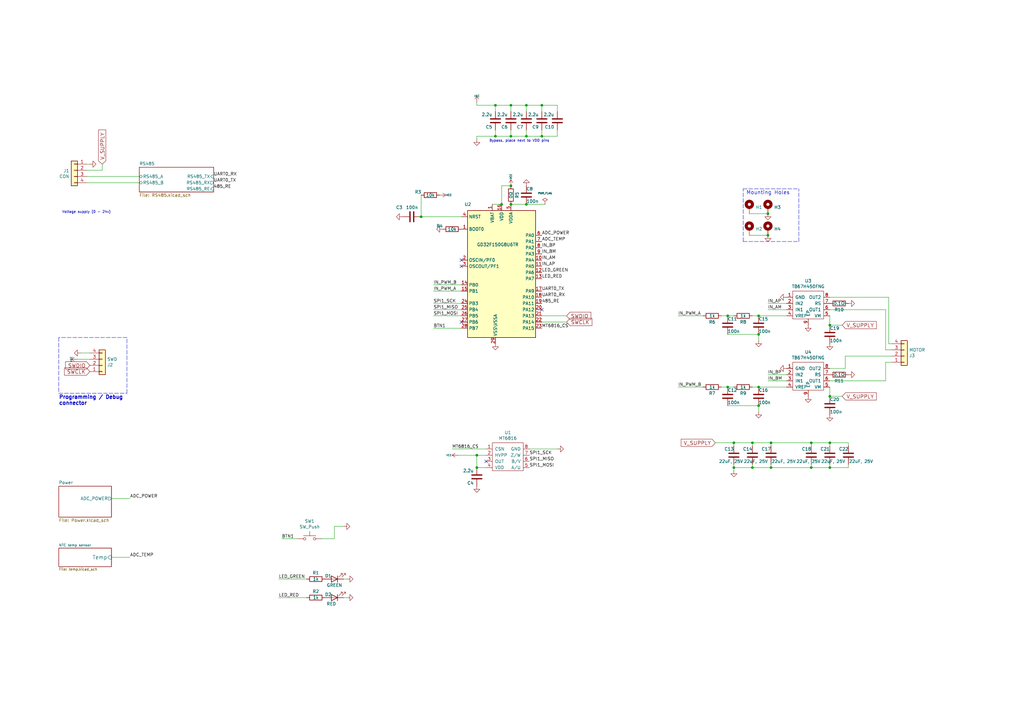
<source format=kicad_sch>
(kicad_sch (version 20211123) (generator eeschema)

  (uuid 8f078e79-4aa8-47cd-ba33-c35a236dcf36)

  (paper "A3")

  (title_block
    (title "Simple-VESC")
    (date "2022-01-14")
    (rev "1.1")
  )

  (lib_symbols
    (symbol "Connector_Generic:Conn_01x04" (pin_names (offset 1.016) hide) (in_bom yes) (on_board yes)
      (property "Reference" "J" (id 0) (at 0 5.08 0)
        (effects (font (size 1.27 1.27)))
      )
      (property "Value" "Conn_01x04" (id 1) (at 0 -7.62 0)
        (effects (font (size 1.27 1.27)))
      )
      (property "Footprint" "" (id 2) (at 0 0 0)
        (effects (font (size 1.27 1.27)) hide)
      )
      (property "Datasheet" "~" (id 3) (at 0 0 0)
        (effects (font (size 1.27 1.27)) hide)
      )
      (property "ki_keywords" "connector" (id 4) (at 0 0 0)
        (effects (font (size 1.27 1.27)) hide)
      )
      (property "ki_description" "Generic connector, single row, 01x04, script generated (kicad-library-utils/schlib/autogen/connector/)" (id 5) (at 0 0 0)
        (effects (font (size 1.27 1.27)) hide)
      )
      (property "ki_fp_filters" "Connector*:*_1x??_*" (id 6) (at 0 0 0)
        (effects (font (size 1.27 1.27)) hide)
      )
      (symbol "Conn_01x04_1_1"
        (rectangle (start -1.27 -4.953) (end 0 -5.207)
          (stroke (width 0.1524) (type default) (color 0 0 0 0))
          (fill (type none))
        )
        (rectangle (start -1.27 -2.413) (end 0 -2.667)
          (stroke (width 0.1524) (type default) (color 0 0 0 0))
          (fill (type none))
        )
        (rectangle (start -1.27 0.127) (end 0 -0.127)
          (stroke (width 0.1524) (type default) (color 0 0 0 0))
          (fill (type none))
        )
        (rectangle (start -1.27 2.667) (end 0 2.413)
          (stroke (width 0.1524) (type default) (color 0 0 0 0))
          (fill (type none))
        )
        (rectangle (start -1.27 3.81) (end 1.27 -6.35)
          (stroke (width 0.254) (type default) (color 0 0 0 0))
          (fill (type background))
        )
        (pin passive line (at -5.08 2.54 0) (length 3.81)
          (name "Pin_1" (effects (font (size 1.27 1.27))))
          (number "1" (effects (font (size 1.27 1.27))))
        )
        (pin passive line (at -5.08 0 0) (length 3.81)
          (name "Pin_2" (effects (font (size 1.27 1.27))))
          (number "2" (effects (font (size 1.27 1.27))))
        )
        (pin passive line (at -5.08 -2.54 0) (length 3.81)
          (name "Pin_3" (effects (font (size 1.27 1.27))))
          (number "3" (effects (font (size 1.27 1.27))))
        )
        (pin passive line (at -5.08 -5.08 0) (length 3.81)
          (name "Pin_4" (effects (font (size 1.27 1.27))))
          (number "4" (effects (font (size 1.27 1.27))))
        )
      )
    )
    (symbol "Device:C" (pin_numbers hide) (pin_names (offset 0.254)) (in_bom yes) (on_board yes)
      (property "Reference" "C" (id 0) (at 0.635 2.54 0)
        (effects (font (size 1.27 1.27)) (justify left))
      )
      (property "Value" "C" (id 1) (at 0.635 -2.54 0)
        (effects (font (size 1.27 1.27)) (justify left))
      )
      (property "Footprint" "" (id 2) (at 0.9652 -3.81 0)
        (effects (font (size 1.27 1.27)) hide)
      )
      (property "Datasheet" "~" (id 3) (at 0 0 0)
        (effects (font (size 1.27 1.27)) hide)
      )
      (property "ki_keywords" "cap capacitor" (id 4) (at 0 0 0)
        (effects (font (size 1.27 1.27)) hide)
      )
      (property "ki_description" "Unpolarized capacitor" (id 5) (at 0 0 0)
        (effects (font (size 1.27 1.27)) hide)
      )
      (property "ki_fp_filters" "C_*" (id 6) (at 0 0 0)
        (effects (font (size 1.27 1.27)) hide)
      )
      (symbol "C_0_1"
        (polyline
          (pts
            (xy -2.032 -0.762)
            (xy 2.032 -0.762)
          )
          (stroke (width 0.508) (type default) (color 0 0 0 0))
          (fill (type none))
        )
        (polyline
          (pts
            (xy -2.032 0.762)
            (xy 2.032 0.762)
          )
          (stroke (width 0.508) (type default) (color 0 0 0 0))
          (fill (type none))
        )
      )
      (symbol "C_1_1"
        (pin passive line (at 0 3.81 270) (length 2.794)
          (name "~" (effects (font (size 1.27 1.27))))
          (number "1" (effects (font (size 1.27 1.27))))
        )
        (pin passive line (at 0 -3.81 90) (length 2.794)
          (name "~" (effects (font (size 1.27 1.27))))
          (number "2" (effects (font (size 1.27 1.27))))
        )
      )
    )
    (symbol "Device:LED" (pin_numbers hide) (pin_names (offset 1.016) hide) (in_bom yes) (on_board yes)
      (property "Reference" "D" (id 0) (at 0 2.54 0)
        (effects (font (size 1.27 1.27)))
      )
      (property "Value" "LED" (id 1) (at 0 -2.54 0)
        (effects (font (size 1.27 1.27)))
      )
      (property "Footprint" "" (id 2) (at 0 0 0)
        (effects (font (size 1.27 1.27)) hide)
      )
      (property "Datasheet" "~" (id 3) (at 0 0 0)
        (effects (font (size 1.27 1.27)) hide)
      )
      (property "ki_keywords" "LED diode" (id 4) (at 0 0 0)
        (effects (font (size 1.27 1.27)) hide)
      )
      (property "ki_description" "Light emitting diode" (id 5) (at 0 0 0)
        (effects (font (size 1.27 1.27)) hide)
      )
      (property "ki_fp_filters" "LED* LED_SMD:* LED_THT:*" (id 6) (at 0 0 0)
        (effects (font (size 1.27 1.27)) hide)
      )
      (symbol "LED_0_1"
        (polyline
          (pts
            (xy -1.27 -1.27)
            (xy -1.27 1.27)
          )
          (stroke (width 0.254) (type default) (color 0 0 0 0))
          (fill (type none))
        )
        (polyline
          (pts
            (xy -1.27 0)
            (xy 1.27 0)
          )
          (stroke (width 0) (type default) (color 0 0 0 0))
          (fill (type none))
        )
        (polyline
          (pts
            (xy 1.27 -1.27)
            (xy 1.27 1.27)
            (xy -1.27 0)
            (xy 1.27 -1.27)
          )
          (stroke (width 0.254) (type default) (color 0 0 0 0))
          (fill (type none))
        )
        (polyline
          (pts
            (xy -3.048 -0.762)
            (xy -4.572 -2.286)
            (xy -3.81 -2.286)
            (xy -4.572 -2.286)
            (xy -4.572 -1.524)
          )
          (stroke (width 0) (type default) (color 0 0 0 0))
          (fill (type none))
        )
        (polyline
          (pts
            (xy -1.778 -0.762)
            (xy -3.302 -2.286)
            (xy -2.54 -2.286)
            (xy -3.302 -2.286)
            (xy -3.302 -1.524)
          )
          (stroke (width 0) (type default) (color 0 0 0 0))
          (fill (type none))
        )
      )
      (symbol "LED_1_1"
        (pin passive line (at -3.81 0 0) (length 2.54)
          (name "K" (effects (font (size 1.27 1.27))))
          (number "1" (effects (font (size 1.27 1.27))))
        )
        (pin passive line (at 3.81 0 180) (length 2.54)
          (name "A" (effects (font (size 1.27 1.27))))
          (number "2" (effects (font (size 1.27 1.27))))
        )
      )
    )
    (symbol "Device:R" (pin_numbers hide) (pin_names (offset 0)) (in_bom yes) (on_board yes)
      (property "Reference" "R" (id 0) (at 2.032 0 90)
        (effects (font (size 1.27 1.27)))
      )
      (property "Value" "R" (id 1) (at 0 0 90)
        (effects (font (size 1.27 1.27)))
      )
      (property "Footprint" "" (id 2) (at -1.778 0 90)
        (effects (font (size 1.27 1.27)) hide)
      )
      (property "Datasheet" "~" (id 3) (at 0 0 0)
        (effects (font (size 1.27 1.27)) hide)
      )
      (property "ki_keywords" "R res resistor" (id 4) (at 0 0 0)
        (effects (font (size 1.27 1.27)) hide)
      )
      (property "ki_description" "Resistor" (id 5) (at 0 0 0)
        (effects (font (size 1.27 1.27)) hide)
      )
      (property "ki_fp_filters" "R_*" (id 6) (at 0 0 0)
        (effects (font (size 1.27 1.27)) hide)
      )
      (symbol "R_0_1"
        (rectangle (start -1.016 -2.54) (end 1.016 2.54)
          (stroke (width 0.254) (type default) (color 0 0 0 0))
          (fill (type none))
        )
      )
      (symbol "R_1_1"
        (pin passive line (at 0 3.81 270) (length 1.27)
          (name "~" (effects (font (size 1.27 1.27))))
          (number "1" (effects (font (size 1.27 1.27))))
        )
        (pin passive line (at 0 -3.81 90) (length 1.27)
          (name "~" (effects (font (size 1.27 1.27))))
          (number "2" (effects (font (size 1.27 1.27))))
        )
      )
    )
    (symbol "Mechanical:MountingHole_Pad" (pin_numbers hide) (pin_names (offset 1.016) hide) (in_bom yes) (on_board yes)
      (property "Reference" "H" (id 0) (at 0 6.35 0)
        (effects (font (size 1.27 1.27)))
      )
      (property "Value" "MountingHole_Pad" (id 1) (at 0 4.445 0)
        (effects (font (size 1.27 1.27)))
      )
      (property "Footprint" "" (id 2) (at 0 0 0)
        (effects (font (size 1.27 1.27)) hide)
      )
      (property "Datasheet" "~" (id 3) (at 0 0 0)
        (effects (font (size 1.27 1.27)) hide)
      )
      (property "ki_keywords" "mounting hole" (id 4) (at 0 0 0)
        (effects (font (size 1.27 1.27)) hide)
      )
      (property "ki_description" "Mounting Hole with connection" (id 5) (at 0 0 0)
        (effects (font (size 1.27 1.27)) hide)
      )
      (property "ki_fp_filters" "MountingHole*Pad*" (id 6) (at 0 0 0)
        (effects (font (size 1.27 1.27)) hide)
      )
      (symbol "MountingHole_Pad_0_1"
        (circle (center 0 1.27) (radius 1.27)
          (stroke (width 1.27) (type default) (color 0 0 0 0))
          (fill (type none))
        )
      )
      (symbol "MountingHole_Pad_1_1"
        (pin input line (at 0 -2.54 90) (length 2.54)
          (name "1" (effects (font (size 1.27 1.27))))
          (number "1" (effects (font (size 1.27 1.27))))
        )
      )
    )
    (symbol "Switch:SW_Push" (pin_numbers hide) (pin_names (offset 1.016) hide) (in_bom yes) (on_board yes)
      (property "Reference" "SW" (id 0) (at 1.27 2.54 0)
        (effects (font (size 1.27 1.27)) (justify left))
      )
      (property "Value" "SW_Push" (id 1) (at 0 -1.524 0)
        (effects (font (size 1.27 1.27)))
      )
      (property "Footprint" "" (id 2) (at 0 5.08 0)
        (effects (font (size 1.27 1.27)) hide)
      )
      (property "Datasheet" "~" (id 3) (at 0 5.08 0)
        (effects (font (size 1.27 1.27)) hide)
      )
      (property "ki_keywords" "switch normally-open pushbutton push-button" (id 4) (at 0 0 0)
        (effects (font (size 1.27 1.27)) hide)
      )
      (property "ki_description" "Push button switch, generic, two pins" (id 5) (at 0 0 0)
        (effects (font (size 1.27 1.27)) hide)
      )
      (symbol "SW_Push_0_1"
        (circle (center -2.032 0) (radius 0.508)
          (stroke (width 0) (type default) (color 0 0 0 0))
          (fill (type none))
        )
        (polyline
          (pts
            (xy 0 1.27)
            (xy 0 3.048)
          )
          (stroke (width 0) (type default) (color 0 0 0 0))
          (fill (type none))
        )
        (polyline
          (pts
            (xy 2.54 1.27)
            (xy -2.54 1.27)
          )
          (stroke (width 0) (type default) (color 0 0 0 0))
          (fill (type none))
        )
        (circle (center 2.032 0) (radius 0.508)
          (stroke (width 0) (type default) (color 0 0 0 0))
          (fill (type none))
        )
        (pin passive line (at -5.08 0 0) (length 2.54)
          (name "1" (effects (font (size 1.27 1.27))))
          (number "1" (effects (font (size 1.27 1.27))))
        )
        (pin passive line (at 5.08 0 180) (length 2.54)
          (name "2" (effects (font (size 1.27 1.27))))
          (number "2" (effects (font (size 1.27 1.27))))
        )
      )
    )
    (symbol "misc:GD32F150G8U6TR" (in_bom yes) (on_board yes)
      (property "Reference" "U" (id 0) (at -15.24 36.83 0)
        (effects (font (size 1.27 1.27)) (justify left))
      )
      (property "Value" "GD32F150G8U6TR" (id 1) (at 7.62 36.83 0)
        (effects (font (size 1.27 1.27)) (justify left))
      )
      (property "Footprint" "Package_DFN_QFN:QFN-28-1EP_4x4mm_P0.4mm_EP2.6x2.6mm" (id 2) (at -15.24 -35.56 0)
        (effects (font (size 1.27 1.27)) (justify right) hide)
      )
      (property "Datasheet" "https://www.gigadevice.com.cn/Public/Uploads/uploadfile/files/20230314/GD32F150xxDatasheetRev3.5.pdf" (id 3) (at -1.27 8.89 0)
        (effects (font (size 1.27 1.27)) hide)
      )
      (property "ki_keywords" "ARM Cortex-M3 GD32F1系列" (id 4) (at 0 0 0)
        (effects (font (size 1.27 1.27)) hide)
      )
      (property "ki_description" "ARM Cortex-M3 MCU, 64KB flash, 8KB RAM, 24MHz, 2-3.6V, 24 GPIO, QFN28" (id 5) (at 0 0 0)
        (effects (font (size 1.27 1.27)) hide)
      )
      (property "ki_fp_filters" "LQFP*7x7mm*P0.5mm*" (id 6) (at 0 0 0)
        (effects (font (size 1.27 1.27)) hide)
      )
      (symbol "GD32F150G8U6TR_0_1"
        (rectangle (start -15.24 35.56) (end 12.7 -16.51)
          (stroke (width 0.254) (type default) (color 0 0 0 0))
          (fill (type background))
        )
      )
      (symbol "GD32F150G8U6TR_1_1"
        (pin input line (at -17.78 27.94 0) (length 2.54)
          (name "BOOT0" (effects (font (size 1.27 1.27))))
          (number "1" (effects (font (size 1.27 1.27))))
        )
        (pin power_in line (at -5.08 38.1 270) (length 2.54)
          (name "VBAT" (effects (font (size 1.27 1.27))))
          (number "1" (effects (font (size 1.27 1.27))))
        )
        (pin bidirectional line (at 15.24 15.24 180) (length 2.54)
          (name "PA4" (effects (font (size 1.27 1.27))))
          (number "10" (effects (font (size 1.27 1.27))))
        )
        (pin bidirectional line (at 15.24 12.7 180) (length 2.54)
          (name "PA5" (effects (font (size 1.27 1.27))))
          (number "11" (effects (font (size 1.27 1.27))))
        )
        (pin bidirectional line (at 15.24 10.16 180) (length 2.54)
          (name "PA6" (effects (font (size 1.27 1.27))))
          (number "12" (effects (font (size 1.27 1.27))))
        )
        (pin bidirectional line (at 15.24 7.62 180) (length 2.54)
          (name "PA7" (effects (font (size 1.27 1.27))))
          (number "13" (effects (font (size 1.27 1.27))))
        )
        (pin bidirectional line (at -17.78 5.08 0) (length 2.54)
          (name "PB0" (effects (font (size 1.27 1.27))))
          (number "14" (effects (font (size 1.27 1.27))))
        )
        (pin bidirectional line (at -17.78 2.54 0) (length 2.54)
          (name "PB1" (effects (font (size 1.27 1.27))))
          (number "15" (effects (font (size 1.27 1.27))))
        )
        (pin power_in line (at -1.27 38.1 270) (length 2.54)
          (name "VDD" (effects (font (size 1.27 1.27))))
          (number "16" (effects (font (size 1.27 1.27))))
        )
        (pin bidirectional line (at 15.24 2.54 180) (length 2.54)
          (name "PA9" (effects (font (size 1.27 1.27))))
          (number "17" (effects (font (size 1.27 1.27))))
        )
        (pin bidirectional line (at 15.24 0 180) (length 2.54)
          (name "PA10" (effects (font (size 1.27 1.27))))
          (number "18" (effects (font (size 1.27 1.27))))
        )
        (pin bidirectional line (at 15.24 -2.54 180) (length 2.54)
          (name "PA11" (effects (font (size 1.27 1.27))))
          (number "19" (effects (font (size 1.27 1.27))))
        )
        (pin bidirectional line (at -17.78 15.24 0) (length 2.54)
          (name "OSCIN/PF0" (effects (font (size 1.27 1.27))))
          (number "2" (effects (font (size 1.27 1.27))))
        )
        (pin bidirectional line (at 15.24 -5.08 180) (length 2.54)
          (name "PA12" (effects (font (size 1.27 1.27))))
          (number "20" (effects (font (size 1.27 1.27))))
        )
        (pin bidirectional line (at 15.24 -7.62 180) (length 2.54)
          (name "PA13" (effects (font (size 1.27 1.27))))
          (number "21" (effects (font (size 1.27 1.27))))
        )
        (pin bidirectional line (at 15.24 -10.16 180) (length 2.54)
          (name "PA14" (effects (font (size 1.27 1.27))))
          (number "22" (effects (font (size 1.27 1.27))))
        )
        (pin bidirectional line (at 15.24 -12.7 180) (length 2.54)
          (name "PA15" (effects (font (size 1.27 1.27))))
          (number "23" (effects (font (size 1.27 1.27))))
        )
        (pin bidirectional line (at -17.78 -2.54 0) (length 2.54)
          (name "PB3" (effects (font (size 1.27 1.27))))
          (number "24" (effects (font (size 1.27 1.27))))
        )
        (pin bidirectional line (at -17.78 -5.08 0) (length 2.54)
          (name "PB4" (effects (font (size 1.27 1.27))))
          (number "25" (effects (font (size 1.27 1.27))))
        )
        (pin bidirectional line (at -17.78 -7.62 0) (length 2.54)
          (name "PB5" (effects (font (size 1.27 1.27))))
          (number "26" (effects (font (size 1.27 1.27))))
        )
        (pin bidirectional line (at -17.78 -10.16 0) (length 2.54)
          (name "PB6" (effects (font (size 1.27 1.27))))
          (number "27" (effects (font (size 1.27 1.27))))
        )
        (pin bidirectional line (at -17.78 -12.7 0) (length 2.54)
          (name "PB7" (effects (font (size 1.27 1.27))))
          (number "28" (effects (font (size 1.27 1.27))))
        )
        (pin power_in line (at -3.81 -19.05 90) (length 2.54)
          (name "VSS\\VSSA" (effects (font (size 1.27 1.27))))
          (number "29" (effects (font (size 1.27 1.27))))
        )
        (pin bidirectional line (at -17.78 12.7 0) (length 2.54)
          (name "OSCOUT/PF1" (effects (font (size 1.27 1.27))))
          (number "3" (effects (font (size 1.27 1.27))))
        )
        (pin input line (at -17.78 33.02 0) (length 2.54)
          (name "NRST" (effects (font (size 1.27 1.27))))
          (number "4" (effects (font (size 1.27 1.27))))
        )
        (pin power_in line (at 2.54 38.1 270) (length 2.54)
          (name "VDDA" (effects (font (size 1.27 1.27))))
          (number "5" (effects (font (size 1.27 1.27))))
        )
        (pin bidirectional line (at 15.24 25.4 180) (length 2.54)
          (name "PA0" (effects (font (size 1.27 1.27))))
          (number "6" (effects (font (size 1.27 1.27))))
        )
        (pin bidirectional line (at 15.24 22.86 180) (length 2.54)
          (name "PA1" (effects (font (size 1.27 1.27))))
          (number "7" (effects (font (size 1.27 1.27))))
        )
        (pin bidirectional line (at 15.24 20.32 180) (length 2.54)
          (name "PA2" (effects (font (size 1.27 1.27))))
          (number "8" (effects (font (size 1.27 1.27))))
        )
        (pin bidirectional line (at 15.24 17.78 180) (length 2.54)
          (name "PA3" (effects (font (size 1.27 1.27))))
          (number "9" (effects (font (size 1.27 1.27))))
        )
      )
    )
    (symbol "misc:MT6816" (pin_names (offset 1.016)) (in_bom yes) (on_board yes)
      (property "Reference" "U" (id 0) (at -1.27 2.54 0)
        (effects (font (size 1.27 1.27)))
      )
      (property "Value" "MT6816" (id 1) (at 0 0 0)
        (effects (font (size 1.27 1.27)))
      )
      (property "Footprint" "Package_SO:SOP-8_3.76x4.96mm_P1.27mm" (id 2) (at 0 0 0)
        (effects (font (size 1.27 1.27)) hide)
      )
      (property "Datasheet" "" (id 3) (at 0 0 0)
        (effects (font (size 1.27 1.27)) hide)
      )
      (property "ki_description" "Zero Latency Magnetic Angle Position Sensor IC" (id 4) (at 0 0 0)
        (effects (font (size 1.27 1.27)) hide)
      )
      (symbol "MT6816_0_1"
        (rectangle (start -3.81 -1.27) (end 8.89 -12.7)
          (stroke (width 0) (type default) (color 0 0 0 0))
          (fill (type none))
        )
      )
      (symbol "MT6816_1_1"
        (pin input line (at -6.35 -3.81 0) (length 2.54)
          (name "CSN" (effects (font (size 1.27 1.27))))
          (number "1" (effects (font (size 1.27 1.27))))
        )
        (pin input line (at -6.35 -6.35 0) (length 2.54)
          (name "HVPP" (effects (font (size 1.27 1.27))))
          (number "2" (effects (font (size 1.27 1.27))))
        )
        (pin output line (at -6.35 -8.89 0) (length 2.54)
          (name "OUT" (effects (font (size 1.27 1.27))))
          (number "3" (effects (font (size 1.27 1.27))))
        )
        (pin power_in line (at -6.35 -11.43 0) (length 2.54)
          (name "VDD" (effects (font (size 1.27 1.27))))
          (number "4" (effects (font (size 1.27 1.27))))
        )
        (pin bidirectional line (at 11.43 -11.43 180) (length 2.54)
          (name "A/U" (effects (font (size 1.27 1.27))))
          (number "5" (effects (font (size 1.27 1.27))))
        )
        (pin bidirectional line (at 11.43 -8.89 180) (length 2.54)
          (name "B/V" (effects (font (size 1.27 1.27))))
          (number "6" (effects (font (size 1.27 1.27))))
        )
        (pin bidirectional line (at 11.43 -6.35 180) (length 2.54)
          (name "Z/W" (effects (font (size 1.27 1.27))))
          (number "7" (effects (font (size 1.27 1.27))))
        )
        (pin power_in line (at 11.43 -3.81 180) (length 2.54)
          (name "GND" (effects (font (size 1.27 1.27))))
          (number "8" (effects (font (size 1.27 1.27))))
        )
      )
    )
    (symbol "misc:TB67H450FNG" (pin_names (offset 1.016)) (in_bom yes) (on_board yes)
      (property "Reference" "U" (id 0) (at -1.27 2.54 0)
        (effects (font (size 1.27 1.27)))
      )
      (property "Value" "TB67H450FNG" (id 1) (at 0 0 0)
        (effects (font (size 1.27 1.27)))
      )
      (property "Footprint" "Package_SO:SOIC-8-1EP_3.9x4.9mm_P1.27mm_EP2.41x3.3mm" (id 2) (at 0 0 0)
        (effects (font (size 1.27 1.27)) hide)
      )
      (property "Datasheet" "" (id 3) (at 0 0 0)
        (effects (font (size 1.27 1.27)) hide)
      )
      (property "ki_description" "PWM chopper type DC brushed motor driver." (id 4) (at 0 0 0)
        (effects (font (size 1.27 1.27)) hide)
      )
      (symbol "TB67H450FNG_0_1"
        (rectangle (start -3.81 -1.27) (end 8.89 -12.7)
          (stroke (width 0) (type default) (color 0 0 0 0))
          (fill (type none))
        )
      )
      (symbol "TB67H450FNG_1_1"
        (pin power_in line (at -6.35 -3.81 0) (length 2.54)
          (name "GND" (effects (font (size 1.27 1.27))))
          (number "1" (effects (font (size 1.27 1.27))))
        )
        (pin input line (at -6.35 -6.35 0) (length 2.54)
          (name "IN2" (effects (font (size 1.27 1.27))))
          (number "2" (effects (font (size 1.27 1.27))))
        )
        (pin input line (at -6.35 -8.89 0) (length 2.54)
          (name "IN1" (effects (font (size 1.27 1.27))))
          (number "3" (effects (font (size 1.27 1.27))))
        )
        (pin input line (at -6.35 -11.43 0) (length 2.54)
          (name "VREF" (effects (font (size 1.27 1.27))))
          (number "4" (effects (font (size 1.27 1.27))))
        )
        (pin power_in line (at 11.43 -11.43 180) (length 2.54)
          (name "VM" (effects (font (size 1.27 1.27))))
          (number "5" (effects (font (size 1.27 1.27))))
        )
        (pin output line (at 11.43 -8.89 180) (length 2.54)
          (name "OUT1" (effects (font (size 1.27 1.27))))
          (number "6" (effects (font (size 1.27 1.27))))
        )
        (pin output line (at 11.43 -6.35 180) (length 2.54)
          (name "RS" (effects (font (size 1.27 1.27))))
          (number "7" (effects (font (size 1.27 1.27))))
        )
        (pin output line (at 11.43 -3.81 180) (length 2.54)
          (name "OUT2" (effects (font (size 1.27 1.27))))
          (number "8" (effects (font (size 1.27 1.27))))
        )
        (pin power_in line (at 2.54 -15.24 90) (length 2.54)
          (name "EP" (effects (font (size 1.27 1.27))))
          (number "9" (effects (font (size 1.27 1.27))))
        )
      )
    )
    (symbol "power:GND" (power) (pin_names (offset 0)) (in_bom yes) (on_board yes)
      (property "Reference" "#PWR" (id 0) (at 0 -6.35 0)
        (effects (font (size 1.27 1.27)) hide)
      )
      (property "Value" "GND" (id 1) (at 0 -3.81 0)
        (effects (font (size 1.27 1.27)))
      )
      (property "Footprint" "" (id 2) (at 0 0 0)
        (effects (font (size 1.27 1.27)) hide)
      )
      (property "Datasheet" "" (id 3) (at 0 0 0)
        (effects (font (size 1.27 1.27)) hide)
      )
      (property "ki_keywords" "power-flag" (id 4) (at 0 0 0)
        (effects (font (size 1.27 1.27)) hide)
      )
      (property "ki_description" "Power symbol creates a global label with name \"GND\" , ground" (id 5) (at 0 0 0)
        (effects (font (size 1.27 1.27)) hide)
      )
      (symbol "GND_0_1"
        (polyline
          (pts
            (xy 0 0)
            (xy 0 -1.27)
            (xy 1.27 -1.27)
            (xy 0 -2.54)
            (xy -1.27 -1.27)
            (xy 0 -1.27)
          )
          (stroke (width 0) (type default) (color 0 0 0 0))
          (fill (type none))
        )
      )
      (symbol "GND_1_1"
        (pin power_in line (at 0 0 270) (length 0) hide
          (name "GND" (effects (font (size 1.27 1.27))))
          (number "1" (effects (font (size 1.27 1.27))))
        )
      )
    )
    (symbol "power:PWR_FLAG" (power) (pin_numbers hide) (pin_names (offset 0) hide) (in_bom yes) (on_board yes)
      (property "Reference" "#FLG" (id 0) (at 0 1.905 0)
        (effects (font (size 1.27 1.27)) hide)
      )
      (property "Value" "PWR_FLAG" (id 1) (at 0 3.81 0)
        (effects (font (size 1.27 1.27)))
      )
      (property "Footprint" "" (id 2) (at 0 0 0)
        (effects (font (size 1.27 1.27)) hide)
      )
      (property "Datasheet" "~" (id 3) (at 0 0 0)
        (effects (font (size 1.27 1.27)) hide)
      )
      (property "ki_keywords" "power-flag" (id 4) (at 0 0 0)
        (effects (font (size 1.27 1.27)) hide)
      )
      (property "ki_description" "Special symbol for telling ERC where power comes from" (id 5) (at 0 0 0)
        (effects (font (size 1.27 1.27)) hide)
      )
      (symbol "PWR_FLAG_0_0"
        (pin power_out line (at 0 0 90) (length 0)
          (name "pwr" (effects (font (size 1.27 1.27))))
          (number "1" (effects (font (size 1.27 1.27))))
        )
      )
      (symbol "PWR_FLAG_0_1"
        (polyline
          (pts
            (xy 0 0)
            (xy 0 1.27)
            (xy -1.016 1.905)
            (xy 0 2.54)
            (xy 1.016 1.905)
            (xy 0 1.27)
          )
          (stroke (width 0) (type default) (color 0 0 0 0))
          (fill (type none))
        )
      )
    )
    (symbol "power:VCC" (power) (pin_names (offset 0)) (in_bom yes) (on_board yes)
      (property "Reference" "#PWR" (id 0) (at 0 -3.81 0)
        (effects (font (size 1.27 1.27)) hide)
      )
      (property "Value" "VCC" (id 1) (at 0 3.81 0)
        (effects (font (size 1.27 1.27)))
      )
      (property "Footprint" "" (id 2) (at 0 0 0)
        (effects (font (size 1.27 1.27)) hide)
      )
      (property "Datasheet" "" (id 3) (at 0 0 0)
        (effects (font (size 1.27 1.27)) hide)
      )
      (property "ki_keywords" "power-flag" (id 4) (at 0 0 0)
        (effects (font (size 1.27 1.27)) hide)
      )
      (property "ki_description" "Power symbol creates a global label with name \"VCC\"" (id 5) (at 0 0 0)
        (effects (font (size 1.27 1.27)) hide)
      )
      (symbol "VCC_0_1"
        (polyline
          (pts
            (xy -0.762 1.27)
            (xy 0 2.54)
          )
          (stroke (width 0) (type default) (color 0 0 0 0))
          (fill (type none))
        )
        (polyline
          (pts
            (xy 0 0)
            (xy 0 2.54)
          )
          (stroke (width 0) (type default) (color 0 0 0 0))
          (fill (type none))
        )
        (polyline
          (pts
            (xy 0 2.54)
            (xy 0.762 1.27)
          )
          (stroke (width 0) (type default) (color 0 0 0 0))
          (fill (type none))
        )
      )
      (symbol "VCC_1_1"
        (pin power_in line (at 0 0 90) (length 0) hide
          (name "VCC" (effects (font (size 1.27 1.27))))
          (number "1" (effects (font (size 1.27 1.27))))
        )
      )
    )
  )

  (junction (at 222.25 55.88) (diameter 0) (color 0 0 0 0)
    (uuid 09061a3c-6109-4aa8-aff8-26efc7ce750f)
  )
  (junction (at 209.55 83.82) (diameter 0) (color 0 0 0 0)
    (uuid 09bb2b75-45ac-4026-ac48-fd1040bf3f39)
  )
  (junction (at 222.25 43.18) (diameter 0) (color 0 0 0 0)
    (uuid 0de46c6e-1150-4261-91a7-7a31e49a1c6b)
  )
  (junction (at 340.36 181.61) (diameter 0) (color 0 0 0 0)
    (uuid 0eb54cc0-4a23-4e09-8e8b-390bf41412d9)
  )
  (junction (at 340.36 162.56) (diameter 0) (color 0 0 0 0)
    (uuid 11cf4196-d77e-4d4e-a218-76874d422cdf)
  )
  (junction (at 172.72 88.9) (diameter 0) (color 0 0 0 0)
    (uuid 133d873f-a38d-4fae-9525-a844a6d3603b)
  )
  (junction (at 298.45 158.75) (diameter 0) (color 0 0 0 0)
    (uuid 1db8b4de-46a9-4c3e-833f-68f7d41bc744)
  )
  (junction (at 340.36 133.35) (diameter 0) (color 0 0 0 0)
    (uuid 2092ee0d-1a76-4681-b0e9-d7f2d56982b4)
  )
  (junction (at 195.58 186.69) (diameter 0) (color 0 0 0 0)
    (uuid 348e637c-543d-4007-9879-55a7f8b98a22)
  )
  (junction (at 203.2 43.18) (diameter 0) (color 0 0 0 0)
    (uuid 3744b1a3-f07e-4dc0-8838-216ea7a30b37)
  )
  (junction (at 316.23 181.61) (diameter 0) (color 0 0 0 0)
    (uuid 39a34274-a3d7-4f2b-bf0e-cfb7b082e4cc)
  )
  (junction (at 195.58 191.77) (diameter 0) (color 0 0 0 0)
    (uuid 3ebff77b-3bab-4c13-8e18-3e2afd82072e)
  )
  (junction (at 311.15 129.54) (diameter 0) (color 0 0 0 0)
    (uuid 4b7abcf9-2195-48a8-a732-c261168d66dc)
  )
  (junction (at 332.74 191.77) (diameter 0) (color 0 0 0 0)
    (uuid 4dcc89c9-60bc-491c-a1f7-456a68ef1763)
  )
  (junction (at 298.45 129.54) (diameter 0) (color 0 0 0 0)
    (uuid 58a280f4-7633-41c2-9ac7-1cb87bcbd256)
  )
  (junction (at 314.96 87.63) (diameter 0) (color 0 0 0 0)
    (uuid 5afb6cd8-0810-48ea-960c-7a128d83bbcb)
  )
  (junction (at 209.55 43.18) (diameter 0) (color 0 0 0 0)
    (uuid 69dbb3d4-381a-43de-9239-14b81b7e088b)
  )
  (junction (at 203.2 55.88) (diameter 0) (color 0 0 0 0)
    (uuid 6b23cf7d-d41c-43f3-b959-ba4e30939cbe)
  )
  (junction (at 215.9 55.88) (diameter 0) (color 0 0 0 0)
    (uuid 7d6e835d-3683-4076-b185-19f02a7ca8c2)
  )
  (junction (at 205.74 83.82) (diameter 0) (color 0 0 0 0)
    (uuid 7fb6a550-04dc-4c52-ba61-0a9bd9196eeb)
  )
  (junction (at 314.96 96.52) (diameter 0) (color 0 0 0 0)
    (uuid 8f540647-5d57-4bb5-b2d8-ee46e4b95c19)
  )
  (junction (at 215.9 83.82) (diameter 0) (color 0 0 0 0)
    (uuid 942f2706-2332-45d3-bf26-444099bed40b)
  )
  (junction (at 340.36 191.77) (diameter 0) (color 0 0 0 0)
    (uuid 9f9f2ed8-1b8f-4215-88e1-4158e1f03d87)
  )
  (junction (at 308.61 191.77) (diameter 0) (color 0 0 0 0)
    (uuid a0ce09d7-8bc2-4152-8035-17f9793a2cb4)
  )
  (junction (at 308.61 181.61) (diameter 0) (color 0 0 0 0)
    (uuid a738f906-d611-41ad-b5f0-beea67b90f4b)
  )
  (junction (at 209.55 76.2) (diameter 0) (color 0 0 0 0)
    (uuid ab62d7be-bbec-4335-9b81-8ceed5b23de6)
  )
  (junction (at 311.15 158.75) (diameter 0) (color 0 0 0 0)
    (uuid ad847a24-28fa-46b0-9b86-13f37286539a)
  )
  (junction (at 316.23 191.77) (diameter 0) (color 0 0 0 0)
    (uuid b4a85838-9a83-4125-abb6-b5d25d45a4a1)
  )
  (junction (at 300.99 191.77) (diameter 0) (color 0 0 0 0)
    (uuid b7be5d5d-47d5-4180-b446-7afa44c62231)
  )
  (junction (at 332.74 181.61) (diameter 0) (color 0 0 0 0)
    (uuid bd753423-88e5-407b-b617-2488d5cd4f49)
  )
  (junction (at 215.9 43.18) (diameter 0) (color 0 0 0 0)
    (uuid c0b6fec7-a680-46df-9929-fb3f478493e3)
  )
  (junction (at 311.15 137.16) (diameter 0) (color 0 0 0 0)
    (uuid c4c6afe8-2a43-4f92-b5b3-64be62a46307)
  )
  (junction (at 209.55 55.88) (diameter 0) (color 0 0 0 0)
    (uuid c9605e5a-61be-4431-98f0-acc4eed54991)
  )
  (junction (at 300.99 181.61) (diameter 0) (color 0 0 0 0)
    (uuid d8dc18e4-98b5-43a2-9305-395eeae55b18)
  )
  (junction (at 311.15 166.37) (diameter 0) (color 0 0 0 0)
    (uuid f7cea61b-37ca-421c-b70d-b96d31744972)
  )

  (no_connect (at 189.23 106.68) (uuid 792372b7-495d-4bd8-bd60-7c7f6762bc75))
  (no_connect (at 189.23 109.22) (uuid 792372b7-495d-4bd8-bd60-7c7f6762bc76))
  (no_connect (at 222.25 127) (uuid 83251661-ac82-4ef1-ab1b-8b6a8767a34d))
  (no_connect (at 189.23 132.08) (uuid b00da8ef-3a3b-42b8-93fa-69db6a93f4ab))
  (no_connect (at 199.39 189.23) (uuid d382cfe9-7530-4a10-8c2c-518d104696d1))

  (wire (pts (xy 364.49 121.92) (xy 364.49 140.97))
    (stroke (width 0) (type default) (color 0 0 0 0))
    (uuid 0072031d-c7e1-4dd7-a960-f751e3247e1d)
  )
  (wire (pts (xy 314.96 127) (xy 322.58 127))
    (stroke (width 0) (type default) (color 0 0 0 0))
    (uuid 04d391a1-d788-4438-8e0f-4acf3094d23b)
  )
  (wire (pts (xy 195.58 41.91) (xy 195.58 43.18))
    (stroke (width 0) (type default) (color 0 0 0 0))
    (uuid 0550a16a-f48a-4712-b906-150fb51dd062)
  )
  (wire (pts (xy 316.23 181.61) (xy 316.23 182.88))
    (stroke (width 0) (type default) (color 0 0 0 0))
    (uuid 06a0f887-99c7-4fcf-9adf-3c05c4483850)
  )
  (wire (pts (xy 340.36 129.54) (xy 340.36 133.35))
    (stroke (width 0) (type default) (color 0 0 0 0))
    (uuid 06b1b62f-6543-408b-86a7-da899f108c3d)
  )
  (wire (pts (xy 300.99 181.61) (xy 300.99 182.88))
    (stroke (width 0) (type default) (color 0 0 0 0))
    (uuid 0b44c2a9-6092-455d-9e8c-c568e758c8ab)
  )
  (polyline (pts (xy 24.13 161.29) (xy 52.07 161.29))
    (stroke (width 0) (type default) (color 0 0 0 0))
    (uuid 13ad04bc-57a0-4ad9-84fb-a5df451e7962)
  )

  (wire (pts (xy 137.16 220.98) (xy 132.08 220.98))
    (stroke (width 0) (type default) (color 0 0 0 0))
    (uuid 173bf6c0-f4dc-4bc5-84af-ef62a57ad917)
  )
  (wire (pts (xy 345.44 162.56) (xy 340.36 162.56))
    (stroke (width 0) (type default) (color 0 0 0 0))
    (uuid 18cd3f9e-f211-4037-b5b8-8edb0470f02c)
  )
  (wire (pts (xy 137.16 215.9) (xy 137.16 220.98))
    (stroke (width 0) (type default) (color 0 0 0 0))
    (uuid 1e63ce95-888a-4742-b8f1-404022a4b067)
  )
  (wire (pts (xy 340.36 151.13) (xy 346.71 151.13))
    (stroke (width 0) (type default) (color 0 0 0 0))
    (uuid 1f02bf8f-5729-44e6-b52e-aac904fb5eaa)
  )
  (wire (pts (xy 363.22 127) (xy 340.36 127))
    (stroke (width 0) (type default) (color 0 0 0 0))
    (uuid 1ffeb53d-c395-41a5-a855-2dcffbe0a721)
  )
  (wire (pts (xy 307.34 96.52) (xy 314.96 96.52))
    (stroke (width 0) (type default) (color 0 0 0 0))
    (uuid 23363b0a-63e8-424c-b100-e8fdb8c1ef75)
  )
  (wire (pts (xy 332.74 181.61) (xy 332.74 182.88))
    (stroke (width 0) (type default) (color 0 0 0 0))
    (uuid 23fac304-73fd-41da-855c-bfda591ba7ab)
  )
  (wire (pts (xy 209.55 83.82) (xy 215.9 83.82))
    (stroke (width 0) (type default) (color 0 0 0 0))
    (uuid 242641f3-de50-4eda-bffc-ecdf1be01eae)
  )
  (wire (pts (xy 232.41 132.08) (xy 222.25 132.08))
    (stroke (width 0) (type default) (color 0 0 0 0))
    (uuid 2656be9d-8896-49af-88eb-411690939a86)
  )
  (polyline (pts (xy 327.66 99.06) (xy 327.66 77.47))
    (stroke (width 0) (type default) (color 0 0 0 0))
    (uuid 28b544e8-02c8-43e4-9449-d2ed7ec59679)
  )

  (wire (pts (xy 35.56 67.31) (xy 36.83 67.31))
    (stroke (width 0) (type default) (color 0 0 0 0))
    (uuid 2c5f23a8-f3a9-4d32-bc46-c2c0f9968298)
  )
  (wire (pts (xy 278.13 158.75) (xy 288.29 158.75))
    (stroke (width 0) (type default) (color 0 0 0 0))
    (uuid 2c6c2d63-610b-40a9-bf8a-75ab5b796272)
  )
  (wire (pts (xy 36.83 144.78) (xy 33.02 144.78))
    (stroke (width 0) (type default) (color 0 0 0 0))
    (uuid 2ccd438f-5bf6-439d-91bd-7e1a9b425fd5)
  )
  (wire (pts (xy 311.15 168.91) (xy 311.15 166.37))
    (stroke (width 0) (type default) (color 0 0 0 0))
    (uuid 318b630c-1fa2-4de7-9902-1a53b15a5c08)
  )
  (wire (pts (xy 346.71 146.05) (xy 365.76 146.05))
    (stroke (width 0) (type default) (color 0 0 0 0))
    (uuid 352af816-b181-4422-96b4-6b1c3d41c952)
  )
  (wire (pts (xy 365.76 143.51) (xy 363.22 143.51))
    (stroke (width 0) (type default) (color 0 0 0 0))
    (uuid 360589de-84cc-47c0-b28a-df2313754d68)
  )
  (wire (pts (xy 298.45 166.37) (xy 311.15 166.37))
    (stroke (width 0) (type default) (color 0 0 0 0))
    (uuid 39be8f30-f19f-41f4-816d-67be96f0974b)
  )
  (wire (pts (xy 332.74 181.61) (xy 340.36 181.61))
    (stroke (width 0) (type default) (color 0 0 0 0))
    (uuid 3c0cb42f-236d-4afb-a56a-1e0ad6fb4415)
  )
  (wire (pts (xy 205.74 76.2) (xy 205.74 83.82))
    (stroke (width 0) (type default) (color 0 0 0 0))
    (uuid 3c781b2d-08a7-45ad-908e-064a36e99cd1)
  )
  (wire (pts (xy 322.58 124.46) (xy 314.96 124.46))
    (stroke (width 0) (type default) (color 0 0 0 0))
    (uuid 3c9e5c32-d679-4844-adad-aceda5b4aec1)
  )
  (wire (pts (xy 340.36 181.61) (xy 347.98 181.61))
    (stroke (width 0) (type default) (color 0 0 0 0))
    (uuid 4086b96c-62a3-456e-9044-c50be50a5763)
  )
  (wire (pts (xy 195.58 186.69) (xy 195.58 191.77))
    (stroke (width 0) (type default) (color 0 0 0 0))
    (uuid 42ed73a7-0068-411b-9566-9dabea62fb6b)
  )
  (wire (pts (xy 189.23 119.38) (xy 177.8 119.38))
    (stroke (width 0) (type default) (color 0 0 0 0))
    (uuid 459a9010-66c5-447c-ab50-933c5af16e7d)
  )
  (wire (pts (xy 177.8 127) (xy 189.23 127))
    (stroke (width 0) (type default) (color 0 0 0 0))
    (uuid 4b7aa9ad-66fe-4217-8b7e-78330c066e95)
  )
  (wire (pts (xy 332.74 191.77) (xy 316.23 191.77))
    (stroke (width 0) (type default) (color 0 0 0 0))
    (uuid 4c39c727-711f-4601-81ff-265b8ae14f54)
  )
  (wire (pts (xy 215.9 55.88) (xy 222.25 55.88))
    (stroke (width 0) (type default) (color 0 0 0 0))
    (uuid 4eb4d79e-b3b5-4111-89cc-42ff522e7ff4)
  )
  (wire (pts (xy 228.6 184.15) (xy 217.17 184.15))
    (stroke (width 0) (type default) (color 0 0 0 0))
    (uuid 5035536d-c958-415b-ad66-948614c79aaa)
  )
  (polyline (pts (xy 304.8 99.06) (xy 304.8 77.47))
    (stroke (width 0) (type default) (color 0 0 0 0))
    (uuid 5072fd70-b084-47ec-a1a7-ff0ab8fd4617)
  )

  (wire (pts (xy 308.61 182.88) (xy 308.61 181.61))
    (stroke (width 0) (type default) (color 0 0 0 0))
    (uuid 526f4ef5-d188-4acc-a787-a3980d81ddb5)
  )
  (wire (pts (xy 201.93 83.82) (xy 205.74 83.82))
    (stroke (width 0) (type default) (color 0 0 0 0))
    (uuid 56475fd5-6233-496e-93dd-8a02f42e41e6)
  )
  (wire (pts (xy 298.45 158.75) (xy 300.99 158.75))
    (stroke (width 0) (type default) (color 0 0 0 0))
    (uuid 5899dfcb-5061-4293-ab71-9d0c039d7910)
  )
  (wire (pts (xy 205.74 76.2) (xy 209.55 76.2))
    (stroke (width 0) (type default) (color 0 0 0 0))
    (uuid 5915f0a6-0d78-4920-9b30-f88b3b43f08e)
  )
  (wire (pts (xy 189.23 88.9) (xy 172.72 88.9))
    (stroke (width 0) (type default) (color 0 0 0 0))
    (uuid 592a243f-4d48-4f7c-b457-e5eb091ba282)
  )
  (wire (pts (xy 332.74 191.77) (xy 340.36 191.77))
    (stroke (width 0) (type default) (color 0 0 0 0))
    (uuid 59c98394-443e-4121-8e35-3dc324cf294e)
  )
  (wire (pts (xy 298.45 129.54) (xy 300.99 129.54))
    (stroke (width 0) (type default) (color 0 0 0 0))
    (uuid 5b36f0f2-dc5c-4bd3-9f1f-c370401a9fb0)
  )
  (wire (pts (xy 300.99 181.61) (xy 308.61 181.61))
    (stroke (width 0) (type default) (color 0 0 0 0))
    (uuid 5c0c5865-85a1-4903-961a-726d5ef58109)
  )
  (wire (pts (xy 314.96 153.67) (xy 322.58 153.67))
    (stroke (width 0) (type default) (color 0 0 0 0))
    (uuid 5c286f77-efe7-4359-bdb0-e7ae66df325d)
  )
  (wire (pts (xy 209.55 55.88) (xy 215.9 55.88))
    (stroke (width 0) (type default) (color 0 0 0 0))
    (uuid 5cb8699c-7dd7-4753-83a7-9d0c439c67be)
  )
  (wire (pts (xy 222.25 129.54) (xy 232.41 129.54))
    (stroke (width 0) (type default) (color 0 0 0 0))
    (uuid 5d4a8247-7dc4-47aa-b509-34afb446f3bd)
  )
  (wire (pts (xy 53.34 204.47) (xy 45.72 204.47))
    (stroke (width 0) (type default) (color 0 0 0 0))
    (uuid 6232ec2a-4c28-4e39-b6c0-08880e51a1a9)
  )
  (wire (pts (xy 189.23 124.46) (xy 177.8 124.46))
    (stroke (width 0) (type default) (color 0 0 0 0))
    (uuid 62e0d3e3-f031-4b45-b88a-fa93c428ab14)
  )
  (wire (pts (xy 187.96 186.69) (xy 195.58 186.69))
    (stroke (width 0) (type default) (color 0 0 0 0))
    (uuid 662768e3-30f2-4e7c-9b16-dbff6e5f87e0)
  )
  (wire (pts (xy 222.25 43.18) (xy 228.6 43.18))
    (stroke (width 0) (type default) (color 0 0 0 0))
    (uuid 683e995d-ba42-4efc-84b7-9773d09d8a52)
  )
  (wire (pts (xy 363.22 156.21) (xy 340.36 156.21))
    (stroke (width 0) (type default) (color 0 0 0 0))
    (uuid 68d86f6f-2cba-4cab-ab15-ebd0caff80a2)
  )
  (wire (pts (xy 215.9 55.88) (xy 215.9 53.34))
    (stroke (width 0) (type default) (color 0 0 0 0))
    (uuid 6cafe335-0c8a-4311-9c0d-25d9ab2c9392)
  )
  (wire (pts (xy 295.91 158.75) (xy 298.45 158.75))
    (stroke (width 0) (type default) (color 0 0 0 0))
    (uuid 6d08f199-9417-4bfb-a7d5-d95f9983e44a)
  )
  (wire (pts (xy 199.39 186.69) (xy 195.58 186.69))
    (stroke (width 0) (type default) (color 0 0 0 0))
    (uuid 6e8108e3-7a49-41fd-b00d-13b2d7c054bc)
  )
  (wire (pts (xy 222.25 55.88) (xy 228.6 55.88))
    (stroke (width 0) (type default) (color 0 0 0 0))
    (uuid 6ee5e830-b2ae-4bb3-8df6-a72ac8758616)
  )
  (wire (pts (xy 203.2 43.18) (xy 203.2 45.72))
    (stroke (width 0) (type default) (color 0 0 0 0))
    (uuid 6ef5ffca-ddfa-4eec-b6af-b7467a196a75)
  )
  (polyline (pts (xy 304.8 77.47) (xy 327.66 77.47))
    (stroke (width 0) (type default) (color 0 0 0 0))
    (uuid 7002c575-15c9-4812-8cde-b197b078b168)
  )

  (wire (pts (xy 142.24 237.49) (xy 140.97 237.49))
    (stroke (width 0) (type default) (color 0 0 0 0))
    (uuid 705c6f30-9188-4293-a56f-416929b5284b)
  )
  (wire (pts (xy 209.55 43.18) (xy 209.55 45.72))
    (stroke (width 0) (type default) (color 0 0 0 0))
    (uuid 75d73955-1e57-494e-8ba4-a0901b49cd7f)
  )
  (wire (pts (xy 316.23 190.5) (xy 316.23 191.77))
    (stroke (width 0) (type default) (color 0 0 0 0))
    (uuid 779ad192-33e2-4308-983d-3b73941488ba)
  )
  (wire (pts (xy 41.91 67.31) (xy 41.91 69.85))
    (stroke (width 0) (type default) (color 0 0 0 0))
    (uuid 79faecda-33f0-47f8-ba1c-406e9e6bf24f)
  )
  (wire (pts (xy 300.99 190.5) (xy 300.99 191.77))
    (stroke (width 0) (type default) (color 0 0 0 0))
    (uuid 7a0a55fa-6dbd-4033-a5a6-b4ad556fc834)
  )
  (wire (pts (xy 125.73 237.49) (xy 114.3 237.49))
    (stroke (width 0) (type default) (color 0 0 0 0))
    (uuid 7a2f18e2-8037-4098-926f-456774f08eaa)
  )
  (wire (pts (xy 363.22 148.59) (xy 363.22 156.21))
    (stroke (width 0) (type default) (color 0 0 0 0))
    (uuid 7cc24245-7d9f-46a1-99b4-ac59fca9313c)
  )
  (wire (pts (xy 308.61 191.77) (xy 308.61 190.5))
    (stroke (width 0) (type default) (color 0 0 0 0))
    (uuid 7ccedc10-7c7e-4e39-bc0d-d5b39946581e)
  )
  (wire (pts (xy 340.36 158.75) (xy 340.36 162.56))
    (stroke (width 0) (type default) (color 0 0 0 0))
    (uuid 7f880abb-df39-45b4-8601-aaaf1fa65ce8)
  )
  (wire (pts (xy 316.23 191.77) (xy 308.61 191.77))
    (stroke (width 0) (type default) (color 0 0 0 0))
    (uuid 80d1a061-ac37-45fd-a54c-52ac94eaffab)
  )
  (wire (pts (xy 203.2 53.34) (xy 203.2 55.88))
    (stroke (width 0) (type default) (color 0 0 0 0))
    (uuid 8b04d549-9c7d-43e1-b53d-3aba5831afd8)
  )
  (wire (pts (xy 215.9 43.18) (xy 222.25 43.18))
    (stroke (width 0) (type default) (color 0 0 0 0))
    (uuid 8ff4bf6e-b44c-40b0-a989-19aa55676900)
  )
  (wire (pts (xy 322.58 129.54) (xy 311.15 129.54))
    (stroke (width 0) (type default) (color 0 0 0 0))
    (uuid 91d4724b-3ef7-4490-977d-2956dcc6d7e2)
  )
  (wire (pts (xy 189.23 134.62) (xy 177.8 134.62))
    (stroke (width 0) (type default) (color 0 0 0 0))
    (uuid 948d2e1c-ca2e-4012-b52e-2e7b0c74fc14)
  )
  (wire (pts (xy 215.9 83.82) (xy 223.52 83.82))
    (stroke (width 0) (type default) (color 0 0 0 0))
    (uuid 9880094c-a50a-4b6e-966f-ced039d235d3)
  )
  (wire (pts (xy 347.98 190.5) (xy 347.98 191.77))
    (stroke (width 0) (type default) (color 0 0 0 0))
    (uuid 9985bddc-1204-4c55-b3c7-046476de7e96)
  )
  (wire (pts (xy 340.36 121.92) (xy 364.49 121.92))
    (stroke (width 0) (type default) (color 0 0 0 0))
    (uuid 9b2c34a5-8793-47de-a8cc-03084ac836b9)
  )
  (wire (pts (xy 115.57 220.98) (xy 121.92 220.98))
    (stroke (width 0) (type default) (color 0 0 0 0))
    (uuid 9f76ef10-b6e1-41ff-9e0c-b0c419a96b45)
  )
  (wire (pts (xy 300.99 191.77) (xy 308.61 191.77))
    (stroke (width 0) (type default) (color 0 0 0 0))
    (uuid a0b1a706-f827-4255-b506-f2174d85732b)
  )
  (wire (pts (xy 222.25 55.88) (xy 222.25 53.34))
    (stroke (width 0) (type default) (color 0 0 0 0))
    (uuid a12d856a-2691-4c57-b447-1edb25274a14)
  )
  (wire (pts (xy 364.49 140.97) (xy 365.76 140.97))
    (stroke (width 0) (type default) (color 0 0 0 0))
    (uuid a225894e-57f4-44a5-a1b7-2ec7b774190d)
  )
  (wire (pts (xy 307.34 87.63) (xy 314.96 87.63))
    (stroke (width 0) (type default) (color 0 0 0 0))
    (uuid a3ef194a-d4dd-40b9-9a8e-bda918f1c240)
  )
  (wire (pts (xy 222.25 43.18) (xy 222.25 45.72))
    (stroke (width 0) (type default) (color 0 0 0 0))
    (uuid a8098bb9-1b8d-4acd-be87-7275da3e06c0)
  )
  (wire (pts (xy 114.3 245.11) (xy 125.73 245.11))
    (stroke (width 0) (type default) (color 0 0 0 0))
    (uuid abf4c96c-29ad-4917-b68e-7c95aef21f3d)
  )
  (wire (pts (xy 228.6 55.88) (xy 228.6 53.34))
    (stroke (width 0) (type default) (color 0 0 0 0))
    (uuid aca00eaf-6b29-45b5-b47b-40764def2c5a)
  )
  (wire (pts (xy 215.9 43.18) (xy 215.9 45.72))
    (stroke (width 0) (type default) (color 0 0 0 0))
    (uuid ad8c2572-3aa7-49e2-8538-e1cb1edc974c)
  )
  (wire (pts (xy 365.76 148.59) (xy 363.22 148.59))
    (stroke (width 0) (type default) (color 0 0 0 0))
    (uuid af4725cc-45c0-49ae-b1e0-686ec0ec4992)
  )
  (wire (pts (xy 140.97 245.11) (xy 142.24 245.11))
    (stroke (width 0) (type default) (color 0 0 0 0))
    (uuid af639216-ca49-4bbb-b42c-8641405318d3)
  )
  (wire (pts (xy 340.36 191.77) (xy 340.36 190.5))
    (stroke (width 0) (type default) (color 0 0 0 0))
    (uuid afe9110c-fea6-4cd4-8bc3-5855a061dbc0)
  )
  (wire (pts (xy 45.72 228.6) (xy 53.34 228.6))
    (stroke (width 0) (type default) (color 0 0 0 0))
    (uuid b27e7060-9fa5-4b54-8e27-a161deb631e6)
  )
  (wire (pts (xy 316.23 181.61) (xy 332.74 181.61))
    (stroke (width 0) (type default) (color 0 0 0 0))
    (uuid b281a74d-d2df-4e66-b74d-0f438ba47564)
  )
  (wire (pts (xy 311.15 139.7) (xy 311.15 137.16))
    (stroke (width 0) (type default) (color 0 0 0 0))
    (uuid b38a6668-26f0-4c98-b52a-4a3da7fc7f5b)
  )
  (wire (pts (xy 308.61 181.61) (xy 316.23 181.61))
    (stroke (width 0) (type default) (color 0 0 0 0))
    (uuid b9da8991-6538-4e10-87bc-cf17b1748c87)
  )
  (wire (pts (xy 209.55 55.88) (xy 209.55 53.34))
    (stroke (width 0) (type default) (color 0 0 0 0))
    (uuid b9fd59c1-1ad2-4ede-8d60-511d2494c707)
  )
  (wire (pts (xy 185.42 184.15) (xy 199.39 184.15))
    (stroke (width 0) (type default) (color 0 0 0 0))
    (uuid bb9932e9-bd1b-4c75-92f7-48d0d9080271)
  )
  (wire (pts (xy 346.71 151.13) (xy 346.71 146.05))
    (stroke (width 0) (type default) (color 0 0 0 0))
    (uuid c3162263-d30f-4b33-819e-c7807ce84322)
  )
  (wire (pts (xy 322.58 158.75) (xy 311.15 158.75))
    (stroke (width 0) (type default) (color 0 0 0 0))
    (uuid c6a4bd4d-8b1b-4631-b749-70c369d0cf8c)
  )
  (wire (pts (xy 308.61 129.54) (xy 311.15 129.54))
    (stroke (width 0) (type default) (color 0 0 0 0))
    (uuid c6c53470-fdc1-4d89-a3ca-fbdf23dc651a)
  )
  (wire (pts (xy 345.44 133.35) (xy 340.36 133.35))
    (stroke (width 0) (type default) (color 0 0 0 0))
    (uuid c6e918fc-86ce-4c21-b132-267c1ca86ec0)
  )
  (wire (pts (xy 332.74 190.5) (xy 332.74 191.77))
    (stroke (width 0) (type default) (color 0 0 0 0))
    (uuid c84e2cc9-114b-4129-8046-d406ffde35d4)
  )
  (wire (pts (xy 35.56 74.93) (xy 57.15 74.93))
    (stroke (width 0) (type default) (color 0 0 0 0))
    (uuid c860c4e6-416b-4202-9c9c-7a6aaa06e975)
  )
  (wire (pts (xy 172.72 80.01) (xy 172.72 88.9))
    (stroke (width 0) (type default) (color 0 0 0 0))
    (uuid cb5344b3-0f51-4941-aa29-0fb7bcb9eaf7)
  )
  (wire (pts (xy 140.97 215.9) (xy 137.16 215.9))
    (stroke (width 0) (type default) (color 0 0 0 0))
    (uuid ccd8e2b1-e620-4a9a-82fc-fbcab7dc0608)
  )
  (wire (pts (xy 31.75 147.32) (xy 36.83 147.32))
    (stroke (width 0) (type default) (color 0 0 0 0))
    (uuid d2886fcc-4caf-49cb-b527-cee6b389974c)
  )
  (wire (pts (xy 199.39 191.77) (xy 195.58 191.77))
    (stroke (width 0) (type default) (color 0 0 0 0))
    (uuid d2e0d0e7-de7c-42ea-b7ac-11ae8e0248ef)
  )
  (wire (pts (xy 228.6 43.18) (xy 228.6 45.72))
    (stroke (width 0) (type default) (color 0 0 0 0))
    (uuid d8f7ad9a-a1f2-439f-bc13-19099a2093fe)
  )
  (wire (pts (xy 340.36 182.88) (xy 340.36 181.61))
    (stroke (width 0) (type default) (color 0 0 0 0))
    (uuid d9f41cc3-54bf-4593-9866-0472520a61b0)
  )
  (wire (pts (xy 300.99 193.04) (xy 300.99 191.77))
    (stroke (width 0) (type default) (color 0 0 0 0))
    (uuid dc7e831c-c05c-4b85-9d64-0188155f3dd5)
  )
  (wire (pts (xy 209.55 43.18) (xy 215.9 43.18))
    (stroke (width 0) (type default) (color 0 0 0 0))
    (uuid ddc1b14d-b32c-4ab6-ad1f-5ec1d1dbfce8)
  )
  (wire (pts (xy 195.58 57.15) (xy 195.58 55.88))
    (stroke (width 0) (type default) (color 0 0 0 0))
    (uuid de9a59cb-b4c4-4864-b8fa-08f8ce06ad76)
  )
  (wire (pts (xy 293.37 181.61) (xy 300.99 181.61))
    (stroke (width 0) (type default) (color 0 0 0 0))
    (uuid df66a033-5bf1-4d5d-b534-d368855d5d88)
  )
  (wire (pts (xy 295.91 129.54) (xy 298.45 129.54))
    (stroke (width 0) (type default) (color 0 0 0 0))
    (uuid dfee32e7-1f81-402e-91dd-46e81f6ba785)
  )
  (polyline (pts (xy 52.07 161.29) (xy 52.07 138.43))
    (stroke (width 0) (type default) (color 0 0 0 0))
    (uuid e24d0e70-6852-46cf-a6a6-7936b6f30807)
  )

  (wire (pts (xy 189.23 129.54) (xy 177.8 129.54))
    (stroke (width 0) (type default) (color 0 0 0 0))
    (uuid e5e39bc7-5a96-42b4-bdf8-8af73a513ff0)
  )
  (wire (pts (xy 347.98 181.61) (xy 347.98 182.88))
    (stroke (width 0) (type default) (color 0 0 0 0))
    (uuid e83044de-72ea-49c7-9b23-e0c686123210)
  )
  (wire (pts (xy 298.45 137.16) (xy 311.15 137.16))
    (stroke (width 0) (type default) (color 0 0 0 0))
    (uuid e8c1e51f-5b41-439d-9609-739768f37e06)
  )
  (polyline (pts (xy 304.8 99.06) (xy 327.66 99.06))
    (stroke (width 0) (type default) (color 0 0 0 0))
    (uuid ea9ef225-b963-4b2f-8551-2be15722acfa)
  )

  (wire (pts (xy 347.98 191.77) (xy 340.36 191.77))
    (stroke (width 0) (type default) (color 0 0 0 0))
    (uuid eb85be29-ad53-41ff-8801-a373d3ef2e29)
  )
  (wire (pts (xy 177.8 116.84) (xy 189.23 116.84))
    (stroke (width 0) (type default) (color 0 0 0 0))
    (uuid eb9bbc09-af37-4182-8fc9-ac4d31e70292)
  )
  (wire (pts (xy 203.2 55.88) (xy 209.55 55.88))
    (stroke (width 0) (type default) (color 0 0 0 0))
    (uuid ef6786db-092d-4010-b237-482a61b8e0c8)
  )
  (wire (pts (xy 308.61 158.75) (xy 311.15 158.75))
    (stroke (width 0) (type default) (color 0 0 0 0))
    (uuid f0d1d5be-4bf0-4f8a-9b02-ef48ec1d91fc)
  )
  (wire (pts (xy 363.22 143.51) (xy 363.22 127))
    (stroke (width 0) (type default) (color 0 0 0 0))
    (uuid f3330d4f-bd0b-4a1e-8d0d-529a7ce5be37)
  )
  (wire (pts (xy 195.58 55.88) (xy 203.2 55.88))
    (stroke (width 0) (type default) (color 0 0 0 0))
    (uuid f3c7bc87-abc7-4359-920c-4c7ef5a9ede3)
  )
  (wire (pts (xy 195.58 43.18) (xy 203.2 43.18))
    (stroke (width 0) (type default) (color 0 0 0 0))
    (uuid f43f96e9-9314-4158-9e85-434509dc45a7)
  )
  (wire (pts (xy 278.13 129.54) (xy 288.29 129.54))
    (stroke (width 0) (type default) (color 0 0 0 0))
    (uuid f485f2c5-d314-47f5-af43-fa580c0977fa)
  )
  (polyline (pts (xy 24.13 138.43) (xy 24.13 161.29))
    (stroke (width 0) (type default) (color 0 0 0 0))
    (uuid f491ba23-5226-42dc-8ead-fa870dd28712)
  )

  (wire (pts (xy 203.2 43.18) (xy 209.55 43.18))
    (stroke (width 0) (type default) (color 0 0 0 0))
    (uuid fa0946a1-3453-4318-bb91-19f9fb3e73a8)
  )
  (wire (pts (xy 57.15 72.39) (xy 35.56 72.39))
    (stroke (width 0) (type default) (color 0 0 0 0))
    (uuid fb0f793e-7d69-4d46-8523-775b3c0bca95)
  )
  (wire (pts (xy 41.91 69.85) (xy 35.56 69.85))
    (stroke (width 0) (type default) (color 0 0 0 0))
    (uuid fb888991-56ba-495f-b604-4ff4fbf14d84)
  )
  (wire (pts (xy 322.58 156.21) (xy 314.96 156.21))
    (stroke (width 0) (type default) (color 0 0 0 0))
    (uuid fd7f2f39-040c-417f-8fa5-868d295cab26)
  )
  (polyline (pts (xy 52.07 138.43) (xy 24.13 138.43))
    (stroke (width 0) (type default) (color 0 0 0 0))
    (uuid fe3c8a87-9e09-4e76-b901-6eec38175e5a)
  )

  (text "Programming / Debug\nconnector" (at 24.13 166.37 0)
    (effects (font (size 1.524 1.524) (thickness 0.3048) bold) (justify left bottom))
    (uuid 1759a30f-90c3-429e-880b-62cd3d652a1f)
  )
  (text "Voltage supply (0 - 24v)" (at 25.4 87.63 0)
    (effects (font (size 1.016 1.016)) (justify left bottom))
    (uuid 1c32de3e-cc61-4f5d-818a-e1c195b7e209)
  )
  (text "Mounting Holes" (at 306.07 80.01 0)
    (effects (font (size 1.524 1.524)) (justify left bottom))
    (uuid 27649bc9-e7c0-4174-84ea-363d3648e750)
  )
  (text "Bypass, place next to VDD pins" (at 200.66 58.42 0)
    (effects (font (size 1.016 1.016)) (justify left bottom))
    (uuid 6ad4ca4d-bdfb-478a-a2eb-2388ef1a4143)
  )

  (label "ADC_TEMP" (at 53.34 228.6 0)
    (effects (font (size 1.27 1.27)) (justify left bottom))
    (uuid 0a225011-cbdf-44c2-a6c9-337b63882c41)
  )
  (label "IN_PWM_A" (at 177.8 119.38 0)
    (effects (font (size 1.27 1.27)) (justify left bottom))
    (uuid 11efe418-4540-4975-88ca-c912e904fff7)
  )
  (label "UART0_RX" (at 87.63 72.39 0)
    (effects (font (size 1.27 1.27)) (justify left bottom))
    (uuid 1d8c9943-3c5c-4e15-bf5f-c561e30422e8)
  )
  (label "MT6816_CS" (at 185.42 184.15 0)
    (effects (font (size 1.27 1.27)) (justify left bottom))
    (uuid 254cae75-5063-4361-b938-fbda16915105)
  )
  (label "ADC_TEMP" (at 222.25 99.06 0)
    (effects (font (size 1.27 1.27)) (justify left bottom))
    (uuid 26287181-40e1-4929-abac-73a7b6db5fb9)
  )
  (label "IN_BP" (at 314.96 153.67 0)
    (effects (font (size 1.27 1.27)) (justify left bottom))
    (uuid 31a57e80-4080-4cfc-ab0a-dd43ca8969d4)
  )
  (label "485_RE" (at 87.63 77.47 0)
    (effects (font (size 1.27 1.27)) (justify left bottom))
    (uuid 34df8337-1a14-4e6a-83b6-2ca4bf1d9627)
  )
  (label "IN_BM" (at 222.25 104.14 0)
    (effects (font (size 1.27 1.27)) (justify left bottom))
    (uuid 3d09321d-43d8-41c5-ba1e-aacbdf6f796f)
  )
  (label "BTN1" (at 177.8 134.62 0)
    (effects (font (size 1.27 1.27)) (justify left bottom))
    (uuid 40606d91-310a-48f7-93c8-0b481f9afadd)
  )
  (label "SPI1_SCK" (at 217.17 186.69 0)
    (effects (font (size 1.27 1.27)) (justify left bottom))
    (uuid 40a0f6e8-403c-47c7-bdcf-04c398deac40)
  )
  (label "LED_GREEN" (at 222.25 111.76 0)
    (effects (font (size 1.27 1.27)) (justify left bottom))
    (uuid 47c6bb9a-8057-41c9-b7dc-311568bcb83e)
  )
  (label "IN_PWM_B" (at 278.13 158.75 0)
    (effects (font (size 1.27 1.27)) (justify left bottom))
    (uuid 4be6726f-8b03-458d-a770-25de00240b18)
  )
  (label "IN_BP" (at 222.25 101.6 0)
    (effects (font (size 1.27 1.27)) (justify left bottom))
    (uuid 5556cc7b-a3a6-438d-b5fa-fc8f5e9959c4)
  )
  (label "SPI1_MISO" (at 177.8 127 0)
    (effects (font (size 1.27 1.27)) (justify left bottom))
    (uuid 56c76293-b256-4e77-b71d-ebf0275b6605)
  )
  (label "MT6816_CS" (at 222.25 134.62 0)
    (effects (font (size 1.27 1.27)) (justify left bottom))
    (uuid 5ee75a7b-5fa6-4550-98cd-624552e90494)
  )
  (label "SPI1_MOSI" (at 177.8 129.54 0)
    (effects (font (size 1.27 1.27)) (justify left bottom))
    (uuid 66fe1a7b-dd9e-433f-b87a-a04b8bd9dc92)
  )
  (label "UART0_TX" (at 222.25 119.38 0)
    (effects (font (size 1.27 1.27)) (justify left bottom))
    (uuid 6bb7be7c-f570-463f-9093-202f4a667b7e)
  )
  (label "IN_AP" (at 222.25 109.22 0)
    (effects (font (size 1.27 1.27)) (justify left bottom))
    (uuid 76033f7f-7e64-4229-8840-6c91cd766aec)
  )
  (label "485_RE" (at 222.25 124.46 0)
    (effects (font (size 1.27 1.27)) (justify left bottom))
    (uuid 7f4c2215-ecc3-43f7-b4be-6e26a68e3296)
  )
  (label "SPI1_MOSI" (at 217.17 191.77 0)
    (effects (font (size 1.27 1.27)) (justify left bottom))
    (uuid 80ee8023-be1b-431c-b475-12ad34e87fa9)
  )
  (label "IN_BM" (at 314.96 156.21 0)
    (effects (font (size 1.27 1.27)) (justify left bottom))
    (uuid 910cd132-f4e3-4171-b379-36eaced93ba4)
  )
  (label "IN_PWM_A" (at 278.13 129.54 0)
    (effects (font (size 1.27 1.27)) (justify left bottom))
    (uuid 9732de0e-f75f-4267-8e6c-4730b129f252)
  )
  (label "LED_RED" (at 114.3 245.11 0)
    (effects (font (size 1.27 1.27)) (justify left bottom))
    (uuid 9d03dee2-8b99-44bc-891b-ae2444de388b)
  )
  (label "UART0_RX" (at 222.25 121.92 0)
    (effects (font (size 1.27 1.27)) (justify left bottom))
    (uuid a8cde3e7-3504-41a5-9a83-37abec78bf07)
  )
  (label "BTN1" (at 115.57 220.98 0)
    (effects (font (size 1.27 1.27)) (justify left bottom))
    (uuid abf336c6-63a1-4fe5-a14d-226a9015ad08)
  )
  (label "LED_RED" (at 222.25 114.3 0)
    (effects (font (size 1.27 1.27)) (justify left bottom))
    (uuid b225fd06-df01-4043-9c3c-b688507a07b1)
  )
  (label "IN_AP" (at 314.96 124.46 0)
    (effects (font (size 1.27 1.27)) (justify left bottom))
    (uuid b43f3eb4-d2d5-4214-9c62-4868e21f9636)
  )
  (label "UART0_TX" (at 87.63 74.93 0)
    (effects (font (size 1.27 1.27)) (justify left bottom))
    (uuid da579fc1-4153-4151-b17b-9b01ef998e34)
  )
  (label "ADC_POWER" (at 53.34 204.47 0)
    (effects (font (size 1.27 1.27)) (justify left bottom))
    (uuid dc639344-4638-4381-b48b-815ca9dfa12e)
  )
  (label "ADC_POWER" (at 222.25 96.52 0)
    (effects (font (size 1.27 1.27)) (justify left bottom))
    (uuid e0867175-73c9-4350-87a9-ab8d5bb53c0d)
  )
  (label "SPI1_MISO" (at 217.17 189.23 0)
    (effects (font (size 1.27 1.27)) (justify left bottom))
    (uuid e6e5d55d-2413-478a-bef0-3c1efe966309)
  )
  (label "SPI1_SCK" (at 177.8 124.46 0)
    (effects (font (size 1.27 1.27)) (justify left bottom))
    (uuid f2691be1-9094-40d3-8258-a126bb2c2544)
  )
  (label "LED_GREEN" (at 114.3 237.49 0)
    (effects (font (size 1.27 1.27)) (justify left bottom))
    (uuid f4ade904-d931-43cd-99e8-56922e06279f)
  )
  (label "IN_AM" (at 222.25 106.68 0)
    (effects (font (size 1.27 1.27)) (justify left bottom))
    (uuid f62ee530-1c4c-4f7c-a8a4-96d2724ec730)
  )
  (label "IN_AM" (at 314.96 127 0)
    (effects (font (size 1.27 1.27)) (justify left bottom))
    (uuid fb3e773a-9254-41fb-ad1d-282215d35251)
  )
  (label "IN_PWM_B" (at 177.8 116.84 0)
    (effects (font (size 1.27 1.27)) (justify left bottom))
    (uuid fd9c7748-9af7-4b90-970e-7005231e4325)
  )

  (global_label "V_SUPPLY" (shape input) (at 293.37 181.61 180) (fields_autoplaced)
    (effects (font (size 1.524 1.524)) (justify right))
    (uuid 116bf3d9-fe83-4a4e-89d9-3ed7602b1b31)
    (property "Intersheet References" "${INTERSHEET_REFS}" (id 0) (at 0 0 0)
      (effects (font (size 1.27 1.27)) hide)
    )
  )
  (global_label "SWDIO" (shape input) (at 36.83 149.86 180) (fields_autoplaced)
    (effects (font (size 1.524 1.524)) (justify right))
    (uuid 145f03c4-59df-44a2-a7d5-2fb81efc0a0b)
    (property "Intersheet References" "${INTERSHEET_REFS}" (id 0) (at 0 0 0)
      (effects (font (size 1.27 1.27)) hide)
    )
  )
  (global_label "SWCLK" (shape input) (at 232.41 132.08 0) (fields_autoplaced)
    (effects (font (size 1.524 1.524)) (justify left))
    (uuid 19eeed28-1f1b-44a3-b8cc-36ee7ff4a117)
    (property "Intersheet References" "${INTERSHEET_REFS}" (id 0) (at 0 -20.32 0)
      (effects (font (size 1.27 1.27)) hide)
    )
  )
  (global_label "V_SUPPLY" (shape input) (at 41.91 67.31 90) (fields_autoplaced)
    (effects (font (size 1.524 1.524)) (justify left))
    (uuid 465c8f37-460e-40cb-b7d6-62aa12be7edb)
    (property "Intersheet References" "${INTERSHEET_REFS}" (id 0) (at 0 0 0)
      (effects (font (size 1.27 1.27)) hide)
    )
  )
  (global_label "SWDIO" (shape input) (at 232.41 129.54 0) (fields_autoplaced)
    (effects (font (size 1.524 1.524)) (justify left))
    (uuid 59a003d4-67df-4ce1-a2be-ef7f66ba83e1)
    (property "Intersheet References" "${INTERSHEET_REFS}" (id 0) (at 0 -20.32 0)
      (effects (font (size 1.27 1.27)) hide)
    )
  )
  (global_label "V_SUPPLY" (shape input) (at 345.44 133.35 0) (fields_autoplaced)
    (effects (font (size 1.524 1.524)) (justify left))
    (uuid 5b5d31cb-a2ff-4054-9dc5-53b7a77f1929)
    (property "Intersheet References" "${INTERSHEET_REFS}" (id 0) (at 0 0 0)
      (effects (font (size 1.27 1.27)) hide)
    )
  )
  (global_label "SWCLK" (shape input) (at 36.83 152.4 180) (fields_autoplaced)
    (effects (font (size 1.524 1.524)) (justify right))
    (uuid a0fa7788-17f8-4b96-bc6a-23bac34ff365)
    (property "Intersheet References" "${INTERSHEET_REFS}" (id 0) (at 0 0 0)
      (effects (font (size 1.27 1.27)) hide)
    )
  )
  (global_label "V_SUPPLY" (shape input) (at 345.44 162.56 0) (fields_autoplaced)
    (effects (font (size 1.524 1.524)) (justify left))
    (uuid fa3819b4-07c1-4f3a-b15c-fa5061d5475c)
    (property "Intersheet References" "${INTERSHEET_REFS}" (id 0) (at 0 0 0)
      (effects (font (size 1.27 1.27)) hide)
    )
  )

  (symbol (lib_id "power:GND") (at 36.83 67.31 90) (unit 1)
    (in_bom yes) (on_board yes)
    (uuid 00000000-0000-0000-0000-0000522da053)
    (property "Reference" "#PWR03" (id 0) (at 36.83 67.31 0)
      (effects (font (size 0.762 0.762)) hide)
    )
    (property "Value" "GND" (id 1) (at 38.608 67.31 0)
      (effects (font (size 0.762 0.762)) hide)
    )
    (property "Footprint" "" (id 2) (at 36.83 67.31 0)
      (effects (font (size 1.27 1.27)) hide)
    )
    (property "Datasheet" "" (id 3) (at 36.83 67.31 0)
      (effects (font (size 1.27 1.27)) hide)
    )
    (pin "1" (uuid f2f2464c-3e1a-4f23-92d4-ef911cb1aa5c))
  )

  (symbol (lib_id "Device:R") (at 129.54 245.11 270) (unit 1)
    (in_bom yes) (on_board yes)
    (uuid 00000000-0000-0000-0000-000053fc020b)
    (property "Reference" "R2" (id 0) (at 129.54 242.57 90))
    (property "Value" "1k" (id 1) (at 129.54 245.11 90))
    (property "Footprint" "Resistor_SMD:R_0402_1005Metric" (id 2) (at 129.54 243.332 90)
      (effects (font (size 1.27 1.27)) hide)
    )
    (property "Datasheet" "~" (id 3) (at 129.54 245.11 0)
      (effects (font (size 1.27 1.27)) hide)
    )
    (pin "1" (uuid a998b5b7-5884-401f-a0c7-a201fad1b370))
    (pin "2" (uuid 6f97bdeb-08a8-409b-a740-06bcef901630))
  )

  (symbol (lib_id "Device:LED") (at 137.16 245.11 180) (unit 1)
    (in_bom yes) (on_board yes)
    (uuid 00000000-0000-0000-0000-000053fc0212)
    (property "Reference" "D2" (id 0) (at 134.62 243.84 0))
    (property "Value" "RED" (id 1) (at 135.89 247.65 0))
    (property "Footprint" "LED_SMD:LED_0402_1005Metric" (id 2) (at 137.16 245.11 0)
      (effects (font (size 1.524 1.524)) hide)
    )
    (property "Datasheet" "~" (id 3) (at 137.16 245.11 0)
      (effects (font (size 1.524 1.524)) hide)
    )
    (pin "1" (uuid 45449ac4-07b9-40e7-b8c7-d60a5da1b7c7))
    (pin "2" (uuid d38f4e7e-03be-4b41-8735-b4f7b4c73def))
  )

  (symbol (lib_id "power:GND") (at 142.24 245.11 90) (unit 1)
    (in_bom yes) (on_board yes)
    (uuid 00000000-0000-0000-0000-000053fc021c)
    (property "Reference" "#PWR06" (id 0) (at 142.24 245.11 0)
      (effects (font (size 0.762 0.762)) hide)
    )
    (property "Value" "GND" (id 1) (at 144.018 245.11 0)
      (effects (font (size 0.762 0.762)) hide)
    )
    (property "Footprint" "" (id 2) (at 142.24 245.11 0)
      (effects (font (size 1.27 1.27)) hide)
    )
    (property "Datasheet" "" (id 3) (at 142.24 245.11 0)
      (effects (font (size 1.27 1.27)) hide)
    )
    (pin "1" (uuid 63bbd1f4-7303-4812-80ea-0d8c1aca2b15))
  )

  (symbol (lib_id "Device:R") (at 129.54 237.49 270) (unit 1)
    (in_bom yes) (on_board yes)
    (uuid 00000000-0000-0000-0000-000053fc130c)
    (property "Reference" "R1" (id 0) (at 129.54 234.95 90))
    (property "Value" "1k" (id 1) (at 129.54 237.49 90))
    (property "Footprint" "Resistor_SMD:R_0402_1005Metric" (id 2) (at 129.54 235.712 90)
      (effects (font (size 1.27 1.27)) hide)
    )
    (property "Datasheet" "~" (id 3) (at 129.54 237.49 0)
      (effects (font (size 1.27 1.27)) hide)
    )
    (pin "1" (uuid 9d798bad-7755-4112-bc54-66debbace93f))
    (pin "2" (uuid 6433e02f-d1c1-4bf2-9ed9-18d4412fa7b3))
  )

  (symbol (lib_id "Device:LED") (at 137.16 237.49 180) (unit 1)
    (in_bom yes) (on_board yes)
    (uuid 00000000-0000-0000-0000-000053fc1313)
    (property "Reference" "D1" (id 0) (at 134.62 236.22 0))
    (property "Value" "GREEN" (id 1) (at 137.16 240.03 0))
    (property "Footprint" "LED_SMD:LED_0402_1005Metric" (id 2) (at 137.16 237.49 0)
      (effects (font (size 1.524 1.524)) hide)
    )
    (property "Datasheet" "~" (id 3) (at 137.16 237.49 0)
      (effects (font (size 1.524 1.524)) hide)
    )
    (pin "1" (uuid 93c8dcc0-8d2a-481f-8d3c-ecd96595c163))
    (pin "2" (uuid 7a8e0921-6568-4ee6-8623-7e0009690564))
  )

  (symbol (lib_id "power:GND") (at 142.24 237.49 90) (unit 1)
    (in_bom yes) (on_board yes)
    (uuid 00000000-0000-0000-0000-000053fc131a)
    (property "Reference" "#PWR05" (id 0) (at 142.24 237.49 0)
      (effects (font (size 0.762 0.762)) hide)
    )
    (property "Value" "GND-RESCUE-BLDC_4" (id 1) (at 144.018 237.49 0)
      (effects (font (size 0.762 0.762)) hide)
    )
    (property "Footprint" "LED_SMD:LED_0603_1608Metric" (id 2) (at 142.24 237.49 0)
      (effects (font (size 1.27 1.27)) hide)
    )
    (property "Datasheet" "" (id 3) (at 142.24 237.49 0)
      (effects (font (size 1.27 1.27)) hide)
    )
    (pin "1" (uuid 0781ada4-e187-4672-8388-7adda908f6e0))
  )

  (symbol (lib_id "Mechanical:MountingHole_Pad") (at 314.96 93.98 0) (unit 1)
    (in_bom yes) (on_board yes)
    (uuid 00000000-0000-0000-0000-000061ea2594)
    (property "Reference" "H4" (id 0) (at 317.5 93.9038 0)
      (effects (font (size 1.27 1.27)) (justify left))
    )
    (property "Value" "MountingHole_Pad" (id 1) (at 317.5 95.0468 0)
      (effects (font (size 1.27 1.27)) (justify left) hide)
    )
    (property "Footprint" "misc:MountingHole_2.0mm_Pad_Via" (id 2) (at 314.96 93.98 0)
      (effects (font (size 1.27 1.27)) hide)
    )
    (property "Datasheet" "~" (id 3) (at 314.96 93.98 0)
      (effects (font (size 1.27 1.27)) hide)
    )
    (pin "1" (uuid 363a331c-6fcb-409b-9203-2761a7190a9a))
  )

  (symbol (lib_id "Mechanical:MountingHole_Pad") (at 307.34 93.98 0) (unit 1)
    (in_bom yes) (on_board yes)
    (uuid 00000000-0000-0000-0000-000061ea34e4)
    (property "Reference" "H2" (id 0) (at 309.88 93.9038 0)
      (effects (font (size 1.27 1.27)) (justify left))
    )
    (property "Value" "MountingHole_Pad" (id 1) (at 309.88 95.0468 0)
      (effects (font (size 1.27 1.27)) (justify left) hide)
    )
    (property "Footprint" "misc:MountingHole_2.0mm_Pad_Via" (id 2) (at 307.34 93.98 0)
      (effects (font (size 1.27 1.27)) hide)
    )
    (property "Datasheet" "~" (id 3) (at 307.34 93.98 0)
      (effects (font (size 1.27 1.27)) hide)
    )
    (pin "1" (uuid d39a5d47-2ffc-43d2-ab54-e0675672478c))
  )

  (symbol (lib_id "Mechanical:MountingHole_Pad") (at 314.96 85.09 0) (unit 1)
    (in_bom yes) (on_board yes)
    (uuid 00000000-0000-0000-0000-000061ea36c3)
    (property "Reference" "H3" (id 0) (at 317.5 85.0138 0)
      (effects (font (size 1.27 1.27)) (justify left))
    )
    (property "Value" "MountingHole_Pad" (id 1) (at 317.5 86.1568 0)
      (effects (font (size 1.27 1.27)) (justify left) hide)
    )
    (property "Footprint" "misc:MountingHole_2.0mm_Pad_Via" (id 2) (at 314.96 85.09 0)
      (effects (font (size 1.27 1.27)) hide)
    )
    (property "Datasheet" "~" (id 3) (at 314.96 85.09 0)
      (effects (font (size 1.27 1.27)) hide)
    )
    (pin "1" (uuid 3f328c24-bb97-4393-894c-c52fe3b1f379))
  )

  (symbol (lib_id "Mechanical:MountingHole_Pad") (at 307.34 85.09 0) (unit 1)
    (in_bom yes) (on_board yes)
    (uuid 00000000-0000-0000-0000-000061ea3873)
    (property "Reference" "H1" (id 0) (at 309.88 85.0138 0)
      (effects (font (size 1.27 1.27)) (justify left))
    )
    (property "Value" "MountingHole_Pad" (id 1) (at 309.88 86.1568 0)
      (effects (font (size 1.27 1.27)) (justify left) hide)
    )
    (property "Footprint" "misc:MountingHole_2.0mm_Pad_Via" (id 2) (at 307.34 85.09 0)
      (effects (font (size 1.27 1.27)) hide)
    )
    (property "Datasheet" "~" (id 3) (at 307.34 85.09 0)
      (effects (font (size 1.27 1.27)) hide)
    )
    (pin "1" (uuid a3c1a4dd-bedb-4493-9612-c8e1480feb38))
  )

  (symbol (lib_id "power:GND") (at 314.96 96.52 0) (unit 1)
    (in_bom yes) (on_board yes)
    (uuid 00000000-0000-0000-0000-000061eaeca2)
    (property "Reference" "#PWR025" (id 0) (at 314.96 96.52 0)
      (effects (font (size 0.762 0.762)) hide)
    )
    (property "Value" "GND" (id 1) (at 314.96 98.298 0)
      (effects (font (size 0.762 0.762)) hide)
    )
    (property "Footprint" "" (id 2) (at 314.96 96.52 0)
      (effects (font (size 1.27 1.27)) hide)
    )
    (property "Datasheet" "" (id 3) (at 314.96 96.52 0)
      (effects (font (size 1.27 1.27)) hide)
    )
    (pin "1" (uuid b4ee1a7b-6fac-4935-9b5f-c45b08239dbd))
  )

  (symbol (lib_id "power:GND") (at 314.96 87.63 0) (unit 1)
    (in_bom yes) (on_board yes)
    (uuid 00000000-0000-0000-0000-000061eaf05a)
    (property "Reference" "#PWR024" (id 0) (at 314.96 87.63 0)
      (effects (font (size 0.762 0.762)) hide)
    )
    (property "Value" "GND" (id 1) (at 314.96 89.408 0)
      (effects (font (size 0.762 0.762)) hide)
    )
    (property "Footprint" "" (id 2) (at 314.96 87.63 0)
      (effects (font (size 1.27 1.27)) hide)
    )
    (property "Datasheet" "" (id 3) (at 314.96 87.63 0)
      (effects (font (size 1.27 1.27)) hide)
    )
    (pin "1" (uuid ea0d821d-05d3-4f6b-90ef-7a58f5069d01))
  )

  (symbol (lib_id "misc:MT6816") (at 205.74 180.34 0) (unit 1)
    (in_bom yes) (on_board yes)
    (uuid 00000000-0000-0000-0000-0000657f68ae)
    (property "Reference" "U1" (id 0) (at 208.28 177.419 0))
    (property "Value" "MT6816" (id 1) (at 208.28 179.7304 0))
    (property "Footprint" "Package_SO:SOP-8_3.76x4.96mm_P1.27mm" (id 2) (at 205.74 180.34 0)
      (effects (font (size 1.27 1.27)) hide)
    )
    (property "Datasheet" "" (id 3) (at 205.74 180.34 0)
      (effects (font (size 1.27 1.27)) hide)
    )
    (pin "1" (uuid 71ccf3cf-3867-4bb5-a9c8-44155d8e8613))
    (pin "2" (uuid 43305a39-28ec-4739-bfa6-662d5987c7bf))
    (pin "3" (uuid e3216024-6705-4950-a503-36331472262c))
    (pin "4" (uuid c6eadb25-660e-4f1b-a0c9-92946aee1e0e))
    (pin "5" (uuid 0c575f0f-f44f-4dff-84d0-f59e118d1b62))
    (pin "6" (uuid f29833ae-887c-41c2-bdab-5ed989dbed2b))
    (pin "7" (uuid 1cde61e8-2b56-4990-9c7f-3b08ba2b27fe))
    (pin "8" (uuid dbef60c7-e892-4fb5-b22c-505eeb641548))
  )

  (symbol (lib_id "misc:TB67H450FNG") (at 328.93 118.11 0) (unit 1)
    (in_bom yes) (on_board yes)
    (uuid 00000000-0000-0000-0000-0000657f8144)
    (property "Reference" "U3" (id 0) (at 331.47 115.189 0))
    (property "Value" "TB67H450FNG" (id 1) (at 331.47 117.5004 0))
    (property "Footprint" "Package_SO:SOIC-8-1EP_3.9x4.9mm_P1.27mm_EP2.41x3.3mm" (id 2) (at 328.93 118.11 0)
      (effects (font (size 1.27 1.27)) hide)
    )
    (property "Datasheet" "" (id 3) (at 328.93 118.11 0)
      (effects (font (size 1.27 1.27)) hide)
    )
    (pin "1" (uuid 7de27023-d749-4720-9a4b-276d30b9f528))
    (pin "2" (uuid b7bec6c6-345b-4a2d-ab81-4354222e6246))
    (pin "3" (uuid ff7025cd-1ecc-4951-ab3f-a59ef60ff2ef))
    (pin "4" (uuid ac36b4a8-6515-4966-9a78-64500cc7f715))
    (pin "5" (uuid dc2f3854-2581-4c9b-a88c-f5abc6e19f7e))
    (pin "6" (uuid 67da24f6-542f-48cf-b82d-61e0af76ab71))
    (pin "7" (uuid 7e9cb206-a8da-465f-9d3f-7fc6f15280d5))
    (pin "8" (uuid eccf2998-ed30-40e2-b92d-80f6c328521a))
    (pin "9" (uuid bd23e0fd-0b09-4b8e-9bdc-e24629539c17))
  )

  (symbol (lib_id "power:GND") (at 165.1 88.9 270) (unit 1)
    (in_bom yes) (on_board yes)
    (uuid 00000000-0000-0000-0000-00006580f645)
    (property "Reference" "#PWR010" (id 0) (at 165.1 88.9 0)
      (effects (font (size 0.762 0.762)) hide)
    )
    (property "Value" "GND" (id 1) (at 163.322 88.9 0)
      (effects (font (size 0.762 0.762)) hide)
    )
    (property "Footprint" "" (id 2) (at 165.1 88.9 0)
      (effects (font (size 1.27 1.27)) hide)
    )
    (property "Datasheet" "" (id 3) (at 165.1 88.9 0)
      (effects (font (size 1.27 1.27)) hide)
    )
    (pin "1" (uuid cf6e3591-b6ad-4a68-a005-b84f5c0284ca))
  )

  (symbol (lib_id "Device:C") (at 168.91 88.9 90) (unit 1)
    (in_bom yes) (on_board yes)
    (uuid 00000000-0000-0000-0000-00006580f655)
    (property "Reference" "C3" (id 0) (at 165.1 85.09 90)
      (effects (font (size 1.27 1.27)) (justify left))
    )
    (property "Value" "100n" (id 1) (at 171.45 85.09 90)
      (effects (font (size 1.27 1.27)) (justify left))
    )
    (property "Footprint" "Capacitor_SMD:C_0402_1005Metric" (id 2) (at 172.72 87.9348 0)
      (effects (font (size 1.27 1.27)) hide)
    )
    (property "Datasheet" "~" (id 3) (at 168.91 88.9 0)
      (effects (font (size 1.27 1.27)) hide)
    )
    (pin "1" (uuid 509fc092-1aec-4be0-8320-294b41b56de2))
    (pin "2" (uuid c58c668e-0f7a-4017-9c19-c7e513b251a4))
  )

  (symbol (lib_id "power:VCC") (at 31.75 147.32 90) (unit 1)
    (in_bom yes) (on_board yes)
    (uuid 00000000-0000-0000-0000-00006580f65b)
    (property "Reference" "#PWR01" (id 0) (at 29.21 147.32 0)
      (effects (font (size 0.762 0.762)) hide)
    )
    (property "Value" "VCC" (id 1) (at 29.21 147.32 0)
      (effects (font (size 0.762 0.762)))
    )
    (property "Footprint" "" (id 2) (at 31.75 147.32 0)
      (effects (font (size 1.524 1.524)) hide)
    )
    (property "Datasheet" "" (id 3) (at 31.75 147.32 0)
      (effects (font (size 1.524 1.524)) hide)
    )
    (pin "1" (uuid 3e895b3c-c14e-4f78-906c-e8404b1da432))
  )

  (symbol (lib_id "power:GND") (at 33.02 144.78 270) (unit 1)
    (in_bom yes) (on_board yes)
    (uuid 00000000-0000-0000-0000-00006580f661)
    (property "Reference" "#PWR02" (id 0) (at 33.02 144.78 0)
      (effects (font (size 0.762 0.762)) hide)
    )
    (property "Value" "GND" (id 1) (at 31.242 144.78 0)
      (effects (font (size 0.762 0.762)) hide)
    )
    (property "Footprint" "" (id 2) (at 33.02 144.78 0)
      (effects (font (size 1.27 1.27)) hide)
    )
    (property "Datasheet" "" (id 3) (at 33.02 144.78 0)
      (effects (font (size 1.27 1.27)) hide)
    )
    (pin "1" (uuid bd52977c-f62b-4573-a416-17f9933d3c42))
  )

  (symbol (lib_id "Device:C") (at 203.2 49.53 180) (unit 1)
    (in_bom yes) (on_board yes)
    (uuid 00000000-0000-0000-0000-00006580f669)
    (property "Reference" "C5" (id 0) (at 201.93 52.07 0)
      (effects (font (size 1.27 1.27)) (justify left))
    )
    (property "Value" "2.2u" (id 1) (at 201.93 46.99 0)
      (effects (font (size 1.27 1.27)) (justify left))
    )
    (property "Footprint" "Capacitor_SMD:C_0402_1005Metric" (id 2) (at 202.2348 45.72 0)
      (effects (font (size 1.27 1.27)) hide)
    )
    (property "Datasheet" "~" (id 3) (at 203.2 49.53 0)
      (effects (font (size 1.27 1.27)) hide)
    )
    (pin "1" (uuid 014f693f-fe1b-48f9-99c0-7297aea0261f))
    (pin "2" (uuid 20c00fe2-7b73-4cc5-8c84-7fca77970a90))
  )

  (symbol (lib_id "Device:C") (at 209.55 49.53 180) (unit 1)
    (in_bom yes) (on_board yes)
    (uuid 00000000-0000-0000-0000-00006580f66f)
    (property "Reference" "C6" (id 0) (at 208.28 52.07 0)
      (effects (font (size 1.27 1.27)) (justify left))
    )
    (property "Value" "2.2u" (id 1) (at 208.28 46.99 0)
      (effects (font (size 1.27 1.27)) (justify left))
    )
    (property "Footprint" "Capacitor_SMD:C_0402_1005Metric" (id 2) (at 208.5848 45.72 0)
      (effects (font (size 1.27 1.27)) hide)
    )
    (property "Datasheet" "~" (id 3) (at 209.55 49.53 0)
      (effects (font (size 1.27 1.27)) hide)
    )
    (pin "1" (uuid 0bf94480-29c1-4f16-b753-15b8874f2eee))
    (pin "2" (uuid 7d6ab089-294e-452c-8ade-d630e30dde8b))
  )

  (symbol (lib_id "Device:C") (at 228.6 49.53 180) (unit 1)
    (in_bom yes) (on_board yes)
    (uuid 00000000-0000-0000-0000-00006580f675)
    (property "Reference" "C10" (id 0) (at 227.33 52.07 0)
      (effects (font (size 1.27 1.27)) (justify left))
    )
    (property "Value" "2.2u" (id 1) (at 227.33 46.99 0)
      (effects (font (size 1.27 1.27)) (justify left))
    )
    (property "Footprint" "Capacitor_SMD:C_0402_1005Metric" (id 2) (at 227.6348 45.72 0)
      (effects (font (size 1.27 1.27)) hide)
    )
    (property "Datasheet" "~" (id 3) (at 228.6 49.53 0)
      (effects (font (size 1.27 1.27)) hide)
    )
    (pin "1" (uuid a8877fa9-e756-49dc-a419-bd1b7d967b1a))
    (pin "2" (uuid 5ccf219f-e586-4bc0-bd98-3487c67534cb))
  )

  (symbol (lib_id "power:GND") (at 195.58 57.15 0) (unit 1)
    (in_bom yes) (on_board yes)
    (uuid 00000000-0000-0000-0000-00006580f67b)
    (property "Reference" "#PWR015" (id 0) (at 195.58 57.15 0)
      (effects (font (size 0.762 0.762)) hide)
    )
    (property "Value" "GND" (id 1) (at 195.58 58.928 0)
      (effects (font (size 0.762 0.762)) hide)
    )
    (property "Footprint" "" (id 2) (at 195.58 57.15 0)
      (effects (font (size 1.27 1.27)) hide)
    )
    (property "Datasheet" "" (id 3) (at 195.58 57.15 0)
      (effects (font (size 1.27 1.27)) hide)
    )
    (pin "1" (uuid 86fa0705-fe44-4a1c-9665-95182d3657b1))
  )

  (symbol (lib_id "power:VCC") (at 195.58 41.91 0) (unit 1)
    (in_bom yes) (on_board yes)
    (uuid 00000000-0000-0000-0000-00006580f681)
    (property "Reference" "#PWR014" (id 0) (at 195.58 39.37 0)
      (effects (font (size 0.762 0.762)) hide)
    )
    (property "Value" "VCC" (id 1) (at 195.58 39.37 0)
      (effects (font (size 0.762 0.762)))
    )
    (property "Footprint" "" (id 2) (at 195.58 41.91 0)
      (effects (font (size 1.524 1.524)) hide)
    )
    (property "Datasheet" "" (id 3) (at 195.58 41.91 0)
      (effects (font (size 1.524 1.524)) hide)
    )
    (pin "1" (uuid 5b6e56e0-532c-4d53-b312-80bfc5f8fe3c))
  )

  (symbol (lib_id "Device:C") (at 215.9 49.53 180) (unit 1)
    (in_bom yes) (on_board yes)
    (uuid 00000000-0000-0000-0000-00006580f687)
    (property "Reference" "C7" (id 0) (at 214.63 52.07 0)
      (effects (font (size 1.27 1.27)) (justify left))
    )
    (property "Value" "2.2u" (id 1) (at 214.63 46.99 0)
      (effects (font (size 1.27 1.27)) (justify left))
    )
    (property "Footprint" "Capacitor_SMD:C_0402_1005Metric" (id 2) (at 214.9348 45.72 0)
      (effects (font (size 1.27 1.27)) hide)
    )
    (property "Datasheet" "~" (id 3) (at 215.9 49.53 0)
      (effects (font (size 1.27 1.27)) hide)
    )
    (pin "1" (uuid 4932151d-8ee1-4bb2-97bc-050ba7ff836d))
    (pin "2" (uuid e9560dee-2e5d-4a3d-9bfd-432a7bc55d8b))
  )

  (symbol (lib_id "Device:C") (at 222.25 49.53 180) (unit 1)
    (in_bom yes) (on_board yes)
    (uuid 00000000-0000-0000-0000-00006580f68d)
    (property "Reference" "C9" (id 0) (at 220.98 52.07 0)
      (effects (font (size 1.27 1.27)) (justify left))
    )
    (property "Value" "2.2u" (id 1) (at 220.98 46.99 0)
      (effects (font (size 1.27 1.27)) (justify left))
    )
    (property "Footprint" "Capacitor_SMD:C_0402_1005Metric" (id 2) (at 221.2848 45.72 0)
      (effects (font (size 1.27 1.27)) hide)
    )
    (property "Datasheet" "~" (id 3) (at 222.25 49.53 0)
      (effects (font (size 1.27 1.27)) hide)
    )
    (pin "1" (uuid d6dfceb6-320e-49a8-af40-f129716a6968))
    (pin "2" (uuid d9f22f2c-cb3f-4d09-b8ac-fe91c8551f74))
  )

  (symbol (lib_id "Connector_Generic:Conn_01x04") (at 41.91 149.86 0) (mirror x) (unit 1)
    (in_bom yes) (on_board yes)
    (uuid 00000000-0000-0000-0000-00006580f6d9)
    (property "Reference" "J2" (id 0) (at 43.942 149.6568 0)
      (effects (font (size 1.27 1.27)) (justify left))
    )
    (property "Value" "SWD" (id 1) (at 43.942 147.3454 0)
      (effects (font (size 1.27 1.27)) (justify left))
    )
    (property "Footprint" "Connector_PinHeader_1.00mm:PinHeader_1x04_P1.00mm_Vertical" (id 2) (at 41.91 149.86 0)
      (effects (font (size 1.27 1.27)) hide)
    )
    (property "Datasheet" "~" (id 3) (at 41.91 149.86 0)
      (effects (font (size 1.27 1.27)) hide)
    )
    (pin "1" (uuid 22e0d3e9-3e9e-421f-8394-a0921d53aa54))
    (pin "2" (uuid fef7d91a-1e80-49f2-9323-ecfc85198cd6))
    (pin "3" (uuid c3efaf94-a27a-4cc0-949a-c85d1e0ad6fe))
    (pin "4" (uuid 866793a1-ca4d-40a2-8a04-b7e527832f84))
  )

  (symbol (lib_id "Device:R") (at 176.53 80.01 270) (unit 1)
    (in_bom yes) (on_board yes)
    (uuid 00000000-0000-0000-0000-00006580f6df)
    (property "Reference" "R3" (id 0) (at 171.45 78.74 90))
    (property "Value" "10k" (id 1) (at 176.53 80.01 90))
    (property "Footprint" "Resistor_SMD:R_0402_1005Metric" (id 2) (at 176.53 78.232 90)
      (effects (font (size 1.27 1.27)) hide)
    )
    (property "Datasheet" "~" (id 3) (at 176.53 80.01 0)
      (effects (font (size 1.27 1.27)) hide)
    )
    (pin "1" (uuid 8c8184bb-97dc-4473-8185-962394f51bb6))
    (pin "2" (uuid ab0726ce-b7c4-4a61-a503-c72028f8c4a4))
  )

  (symbol (lib_id "power:VCC") (at 180.34 80.01 270) (unit 1)
    (in_bom yes) (on_board yes)
    (uuid 00000000-0000-0000-0000-00006580f6e6)
    (property "Reference" "#PWR012" (id 0) (at 182.88 80.01 0)
      (effects (font (size 0.762 0.762)) hide)
    )
    (property "Value" "VCC" (id 1) (at 184.15 80.01 90)
      (effects (font (size 0.762 0.762)))
    )
    (property "Footprint" "" (id 2) (at 180.34 80.01 0)
      (effects (font (size 1.524 1.524)) hide)
    )
    (property "Datasheet" "" (id 3) (at 180.34 80.01 0)
      (effects (font (size 1.524 1.524)) hide)
    )
    (pin "1" (uuid 271a125a-083b-4ea0-8219-f5dfb3525682))
  )

  (symbol (lib_id "power:GND") (at 331.47 133.35 0) (unit 1)
    (in_bom yes) (on_board yes)
    (uuid 00000000-0000-0000-0000-0000658192b8)
    (property "Reference" "#PWR028" (id 0) (at 331.47 133.35 0)
      (effects (font (size 0.762 0.762)) hide)
    )
    (property "Value" "GND" (id 1) (at 331.47 135.128 0)
      (effects (font (size 0.762 0.762)) hide)
    )
    (property "Footprint" "" (id 2) (at 331.47 133.35 0)
      (effects (font (size 1.27 1.27)) hide)
    )
    (property "Datasheet" "" (id 3) (at 331.47 133.35 0)
      (effects (font (size 1.27 1.27)) hide)
    )
    (pin "1" (uuid 4fac87c3-304b-4ad3-b0dd-48ea25e05208))
  )

  (symbol (lib_id "power:GND") (at 331.47 162.56 0) (unit 1)
    (in_bom yes) (on_board yes)
    (uuid 00000000-0000-0000-0000-000065819634)
    (property "Reference" "#PWR029" (id 0) (at 331.47 162.56 0)
      (effects (font (size 0.762 0.762)) hide)
    )
    (property "Value" "GND" (id 1) (at 331.47 164.338 0)
      (effects (font (size 0.762 0.762)) hide)
    )
    (property "Footprint" "" (id 2) (at 331.47 162.56 0)
      (effects (font (size 1.27 1.27)) hide)
    )
    (property "Datasheet" "" (id 3) (at 331.47 162.56 0)
      (effects (font (size 1.27 1.27)) hide)
    )
    (pin "1" (uuid 3f564a67-405d-4e95-af5b-54f499da57e9))
  )

  (symbol (lib_id "power:GND") (at 203.2 140.97 0) (unit 1)
    (in_bom yes) (on_board yes)
    (uuid 00000000-0000-0000-0000-00006583fbc5)
    (property "Reference" "#PWR017" (id 0) (at 203.2 140.97 0)
      (effects (font (size 0.762 0.762)) hide)
    )
    (property "Value" "GND" (id 1) (at 203.2 142.748 0)
      (effects (font (size 0.762 0.762)) hide)
    )
    (property "Footprint" "" (id 2) (at 203.2 140.97 0)
      (effects (font (size 1.27 1.27)) hide)
    )
    (property "Datasheet" "" (id 3) (at 203.2 140.97 0)
      (effects (font (size 1.27 1.27)) hide)
    )
    (pin "1" (uuid acb2765e-c28b-4b23-b24b-2e2a0f939dfc))
  )

  (symbol (lib_id "Device:R") (at 185.42 93.98 270) (unit 1)
    (in_bom yes) (on_board yes)
    (uuid 00000000-0000-0000-0000-000065889fcd)
    (property "Reference" "R4" (id 0) (at 180.34 92.71 90))
    (property "Value" "10k" (id 1) (at 185.42 93.98 90))
    (property "Footprint" "Resistor_SMD:R_0402_1005Metric" (id 2) (at 185.42 92.202 90)
      (effects (font (size 1.27 1.27)) hide)
    )
    (property "Datasheet" "~" (id 3) (at 185.42 93.98 0)
      (effects (font (size 1.27 1.27)) hide)
    )
    (pin "1" (uuid 3c66cb36-c2d1-4a13-8f65-57cc6e18a28e))
    (pin "2" (uuid de538bfe-155d-4dde-84de-9643db64ff26))
  )

  (symbol (lib_id "power:GND") (at 181.61 93.98 270) (unit 1)
    (in_bom yes) (on_board yes)
    (uuid 00000000-0000-0000-0000-00006588aa35)
    (property "Reference" "#PWR011" (id 0) (at 181.61 93.98 0)
      (effects (font (size 0.762 0.762)) hide)
    )
    (property "Value" "GND" (id 1) (at 179.832 93.98 0)
      (effects (font (size 0.762 0.762)) hide)
    )
    (property "Footprint" "" (id 2) (at 181.61 93.98 0)
      (effects (font (size 1.27 1.27)) hide)
    )
    (property "Datasheet" "" (id 3) (at 181.61 93.98 0)
      (effects (font (size 1.27 1.27)) hide)
    )
    (pin "1" (uuid 47af3b52-56f6-449c-8241-15a5909996fb))
  )

  (symbol (lib_id "Device:C") (at 195.58 195.58 180) (unit 1)
    (in_bom yes) (on_board yes)
    (uuid 00000000-0000-0000-0000-0000658b3fdc)
    (property "Reference" "C4" (id 0) (at 194.31 198.12 0)
      (effects (font (size 1.27 1.27)) (justify left))
    )
    (property "Value" "2.2u" (id 1) (at 194.31 193.04 0)
      (effects (font (size 1.27 1.27)) (justify left))
    )
    (property "Footprint" "Capacitor_SMD:C_0402_1005Metric" (id 2) (at 194.6148 191.77 0)
      (effects (font (size 1.27 1.27)) hide)
    )
    (property "Datasheet" "~" (id 3) (at 195.58 195.58 0)
      (effects (font (size 1.27 1.27)) hide)
    )
    (pin "1" (uuid edb6748d-df03-4240-9b03-c4f314974dc7))
    (pin "2" (uuid 25e3c3a9-4b18-4761-ae29-b2277ae658e2))
  )

  (symbol (lib_id "Switch:SW_Push") (at 127 220.98 0) (unit 1)
    (in_bom yes) (on_board yes)
    (uuid 00000000-0000-0000-0000-0000658c3578)
    (property "Reference" "SW1" (id 0) (at 127 213.741 0))
    (property "Value" "SW_Push" (id 1) (at 127 216.0524 0))
    (property "Footprint" "Button_Switch_SMD:SW_Push_SPST_NO_Alps_SKRK" (id 2) (at 127 215.9 0)
      (effects (font (size 1.27 1.27)) hide)
    )
    (property "Datasheet" "~" (id 3) (at 127 215.9 0)
      (effects (font (size 1.27 1.27)) hide)
    )
    (pin "1" (uuid d88f28dd-dfe1-4f58-8b50-346dc4222168))
    (pin "2" (uuid f6039dd1-b3dc-42ed-94d2-95db6fc2fd2d))
  )

  (symbol (lib_id "power:GND") (at 140.97 215.9 90) (unit 1)
    (in_bom yes) (on_board yes)
    (uuid 00000000-0000-0000-0000-0000658d15bb)
    (property "Reference" "#PWR04" (id 0) (at 140.97 215.9 0)
      (effects (font (size 0.762 0.762)) hide)
    )
    (property "Value" "GND" (id 1) (at 142.748 215.9 0)
      (effects (font (size 0.762 0.762)) hide)
    )
    (property "Footprint" "" (id 2) (at 140.97 215.9 0)
      (effects (font (size 1.27 1.27)) hide)
    )
    (property "Datasheet" "" (id 3) (at 140.97 215.9 0)
      (effects (font (size 1.27 1.27)) hide)
    )
    (pin "1" (uuid 83d012cf-468c-49a4-a14e-ea8f46bc436f))
  )

  (symbol (lib_id "power:GND") (at 228.6 184.15 90) (unit 1)
    (in_bom yes) (on_board yes)
    (uuid 00000000-0000-0000-0000-0000658dc227)
    (property "Reference" "#PWR020" (id 0) (at 228.6 184.15 0)
      (effects (font (size 0.762 0.762)) hide)
    )
    (property "Value" "GND" (id 1) (at 230.378 184.15 0)
      (effects (font (size 0.762 0.762)) hide)
    )
    (property "Footprint" "" (id 2) (at 228.6 184.15 0)
      (effects (font (size 1.27 1.27)) hide)
    )
    (property "Datasheet" "" (id 3) (at 228.6 184.15 0)
      (effects (font (size 1.27 1.27)) hide)
    )
    (pin "1" (uuid 179e2246-adaf-41c1-9bcd-48e9afe2532f))
  )

  (symbol (lib_id "power:VCC") (at 187.96 186.69 90) (unit 1)
    (in_bom yes) (on_board yes)
    (uuid 00000000-0000-0000-0000-0000658e1bed)
    (property "Reference" "#PWR013" (id 0) (at 185.42 186.69 0)
      (effects (font (size 0.762 0.762)) hide)
    )
    (property "Value" "VCC" (id 1) (at 184.15 186.69 90)
      (effects (font (size 0.762 0.762)))
    )
    (property "Footprint" "" (id 2) (at 187.96 186.69 0)
      (effects (font (size 1.524 1.524)) hide)
    )
    (property "Datasheet" "" (id 3) (at 187.96 186.69 0)
      (effects (font (size 1.524 1.524)) hide)
    )
    (pin "1" (uuid a008e4d4-d1ac-4496-aeee-55ef580c8131))
  )

  (symbol (lib_id "power:GND") (at 195.58 199.39 0) (unit 1)
    (in_bom yes) (on_board yes)
    (uuid 00000000-0000-0000-0000-0000658e7ee4)
    (property "Reference" "#PWR016" (id 0) (at 195.58 199.39 0)
      (effects (font (size 0.762 0.762)) hide)
    )
    (property "Value" "GND" (id 1) (at 195.58 201.168 0)
      (effects (font (size 0.762 0.762)) hide)
    )
    (property "Footprint" "" (id 2) (at 195.58 199.39 0)
      (effects (font (size 1.27 1.27)) hide)
    )
    (property "Datasheet" "" (id 3) (at 195.58 199.39 0)
      (effects (font (size 1.27 1.27)) hide)
    )
    (pin "1" (uuid 5057191d-daba-496b-b154-fc3820256f25))
  )

  (symbol (lib_id "Connector_Generic:Conn_01x04") (at 370.84 146.05 0) (mirror x) (unit 1)
    (in_bom yes) (on_board yes)
    (uuid 00000000-0000-0000-0000-0000658ffc63)
    (property "Reference" "J3" (id 0) (at 372.872 145.8468 0)
      (effects (font (size 1.27 1.27)) (justify left))
    )
    (property "Value" "MOTOR" (id 1) (at 372.872 143.5354 0)
      (effects (font (size 1.27 1.27)) (justify left))
    )
    (property "Footprint" "Connector_PinHeader_2.00mm:PinHeader_1x04_P2.00mm_Vertical" (id 2) (at 370.84 146.05 0)
      (effects (font (size 1.27 1.27)) hide)
    )
    (property "Datasheet" "~" (id 3) (at 370.84 146.05 0)
      (effects (font (size 1.27 1.27)) hide)
    )
    (pin "1" (uuid dbd98b17-64dc-4b8f-bf0f-cf7a881a8268))
    (pin "2" (uuid dce02a21-609d-4c83-9939-78a56fe30146))
    (pin "3" (uuid ce686f9b-f012-47f1-a46a-09b16b31bd30))
    (pin "4" (uuid 0f2193d2-ece3-4ec9-aa4e-84632e3eb99e))
  )

  (symbol (lib_id "power:GND") (at 322.58 121.92 270) (unit 1)
    (in_bom yes) (on_board yes)
    (uuid 00000000-0000-0000-0000-0000659108f1)
    (property "Reference" "#PWR026" (id 0) (at 322.58 121.92 0)
      (effects (font (size 0.762 0.762)) hide)
    )
    (property "Value" "GND" (id 1) (at 320.802 121.92 0)
      (effects (font (size 0.762 0.762)) hide)
    )
    (property "Footprint" "" (id 2) (at 322.58 121.92 0)
      (effects (font (size 1.27 1.27)) hide)
    )
    (property "Datasheet" "" (id 3) (at 322.58 121.92 0)
      (effects (font (size 1.27 1.27)) hide)
    )
    (pin "1" (uuid 626ffa31-8bda-4359-947b-f12cba8d316a))
  )

  (symbol (lib_id "Device:R") (at 292.1 129.54 90) (unit 1)
    (in_bom yes) (on_board yes)
    (uuid 00000000-0000-0000-0000-000065910fc1)
    (property "Reference" "R6" (id 0) (at 292.1 132.08 90))
    (property "Value" "1k" (id 1) (at 292.1 129.54 90))
    (property "Footprint" "Resistor_SMD:R_0402_1005Metric" (id 2) (at 292.1 131.318 90)
      (effects (font (size 1.27 1.27)) hide)
    )
    (property "Datasheet" "~" (id 3) (at 292.1 129.54 0)
      (effects (font (size 1.27 1.27)) hide)
    )
    (pin "1" (uuid 2b03e9f9-f3d6-4be7-a81d-8a0ec0856807))
    (pin "2" (uuid 2f6fd916-9f79-4573-8e50-200edb758b86))
  )

  (symbol (lib_id "Device:C") (at 298.45 133.35 0) (mirror x) (unit 1)
    (in_bom yes) (on_board yes)
    (uuid 00000000-0000-0000-0000-000065911562)
    (property "Reference" "C11" (id 0) (at 298.45 130.81 0)
      (effects (font (size 1.27 1.27)) (justify left))
    )
    (property "Value" "100n" (id 1) (at 298.45 135.89 0)
      (effects (font (size 1.27 1.27)) (justify left))
    )
    (property "Footprint" "Capacitor_SMD:C_0402_1005Metric" (id 2) (at 299.4152 129.54 0)
      (effects (font (size 1.27 1.27)) hide)
    )
    (property "Datasheet" "~" (id 3) (at 298.45 133.35 0)
      (effects (font (size 1.27 1.27)) hide)
    )
    (pin "1" (uuid 86dfc356-d741-41b5-a833-74025825dc51))
    (pin "2" (uuid 98cb8913-e055-4246-a842-023071af7dfd))
  )

  (symbol (lib_id "Device:C") (at 311.15 133.35 0) (mirror x) (unit 1)
    (in_bom yes) (on_board yes)
    (uuid 00000000-0000-0000-0000-000065911f52)
    (property "Reference" "C15" (id 0) (at 311.15 130.81 0)
      (effects (font (size 1.27 1.27)) (justify left))
    )
    (property "Value" "100n" (id 1) (at 311.15 135.89 0)
      (effects (font (size 1.27 1.27)) (justify left))
    )
    (property "Footprint" "Capacitor_SMD:C_0402_1005Metric" (id 2) (at 312.1152 129.54 0)
      (effects (font (size 1.27 1.27)) hide)
    )
    (property "Datasheet" "~" (id 3) (at 311.15 133.35 0)
      (effects (font (size 1.27 1.27)) hide)
    )
    (pin "1" (uuid f3413e53-e020-4011-ac6a-ba3614945597))
    (pin "2" (uuid 04bb178b-3b4a-429e-8aa6-876bcc7d4005))
  )

  (symbol (lib_id "Device:R") (at 304.8 129.54 90) (unit 1)
    (in_bom yes) (on_board yes)
    (uuid 00000000-0000-0000-0000-0000659121e7)
    (property "Reference" "R8" (id 0) (at 304.8 132.08 90))
    (property "Value" "1k" (id 1) (at 304.8 129.54 90))
    (property "Footprint" "Resistor_SMD:R_0402_1005Metric" (id 2) (at 304.8 131.318 90)
      (effects (font (size 1.27 1.27)) hide)
    )
    (property "Datasheet" "~" (id 3) (at 304.8 129.54 0)
      (effects (font (size 1.27 1.27)) hide)
    )
    (pin "1" (uuid 24c984b2-5f33-42d2-b4f5-a29246864ec2))
    (pin "2" (uuid 3f9cd466-f68e-4941-b648-b61f305ee9ff))
  )

  (symbol (lib_id "power:GND") (at 311.15 139.7 0) (unit 1)
    (in_bom yes) (on_board yes)
    (uuid 00000000-0000-0000-0000-000065912a47)
    (property "Reference" "#PWR022" (id 0) (at 311.15 139.7 0)
      (effects (font (size 0.762 0.762)) hide)
    )
    (property "Value" "GND" (id 1) (at 311.15 141.478 0)
      (effects (font (size 0.762 0.762)) hide)
    )
    (property "Footprint" "" (id 2) (at 311.15 139.7 0)
      (effects (font (size 1.27 1.27)) hide)
    )
    (property "Datasheet" "" (id 3) (at 311.15 139.7 0)
      (effects (font (size 1.27 1.27)) hide)
    )
    (pin "1" (uuid e42f542e-53b0-4811-8fc1-49cf49e82734))
  )

  (symbol (lib_id "Device:R") (at 344.17 124.46 90) (unit 1)
    (in_bom yes) (on_board yes)
    (uuid 00000000-0000-0000-0000-00006593234b)
    (property "Reference" "R10" (id 0) (at 344.17 127 90))
    (property "Value" "0.1Ω" (id 1) (at 344.17 124.46 90))
    (property "Footprint" "Resistor_SMD:R_0805_2012Metric" (id 2) (at 344.17 126.238 90)
      (effects (font (size 1.27 1.27)) hide)
    )
    (property "Datasheet" "~" (id 3) (at 344.17 124.46 0)
      (effects (font (size 1.27 1.27)) hide)
    )
    (pin "1" (uuid 14d3ff1f-710d-410a-86fa-f111b63d9035))
    (pin "2" (uuid 93c3088f-796f-416d-b81b-0aac57bc925d))
  )

  (symbol (lib_id "power:GND") (at 347.98 124.46 90) (unit 1)
    (in_bom yes) (on_board yes)
    (uuid 00000000-0000-0000-0000-0000659339a9)
    (property "Reference" "#PWR032" (id 0) (at 347.98 124.46 0)
      (effects (font (size 0.762 0.762)) hide)
    )
    (property "Value" "GND" (id 1) (at 349.758 124.46 0)
      (effects (font (size 0.762 0.762)) hide)
    )
    (property "Footprint" "" (id 2) (at 347.98 124.46 0)
      (effects (font (size 1.27 1.27)) hide)
    )
    (property "Datasheet" "" (id 3) (at 347.98 124.46 0)
      (effects (font (size 1.27 1.27)) hide)
    )
    (pin "1" (uuid e30d43b5-7b43-4dee-83c2-318bc531b38a))
  )

  (symbol (lib_id "Device:C") (at 340.36 137.16 0) (mirror x) (unit 1)
    (in_bom yes) (on_board yes)
    (uuid 00000000-0000-0000-0000-000065934bcc)
    (property "Reference" "C19" (id 0) (at 340.36 134.62 0)
      (effects (font (size 1.27 1.27)) (justify left))
    )
    (property "Value" "100n" (id 1) (at 340.36 139.7 0)
      (effects (font (size 1.27 1.27)) (justify left))
    )
    (property "Footprint" "Capacitor_SMD:C_0402_1005Metric" (id 2) (at 341.3252 133.35 0)
      (effects (font (size 1.27 1.27)) hide)
    )
    (property "Datasheet" "~" (id 3) (at 340.36 137.16 0)
      (effects (font (size 1.27 1.27)) hide)
    )
    (pin "1" (uuid 820ec606-ce62-405a-b0f5-7e39d97f0e99))
    (pin "2" (uuid 4b725367-fdef-431f-b53b-5066c81167e4))
  )

  (symbol (lib_id "power:GND") (at 340.36 140.97 0) (unit 1)
    (in_bom yes) (on_board yes)
    (uuid 00000000-0000-0000-0000-00006593f1af)
    (property "Reference" "#PWR030" (id 0) (at 340.36 140.97 0)
      (effects (font (size 0.762 0.762)) hide)
    )
    (property "Value" "GND" (id 1) (at 340.36 142.748 0)
      (effects (font (size 0.762 0.762)) hide)
    )
    (property "Footprint" "" (id 2) (at 340.36 140.97 0)
      (effects (font (size 1.27 1.27)) hide)
    )
    (property "Datasheet" "" (id 3) (at 340.36 140.97 0)
      (effects (font (size 1.27 1.27)) hide)
    )
    (pin "1" (uuid 163ca127-0539-482f-9d94-d82b3dd79a29))
  )

  (symbol (lib_id "misc:TB67H450FNG") (at 328.93 147.32 0) (unit 1)
    (in_bom yes) (on_board yes)
    (uuid 00000000-0000-0000-0000-000065945ed8)
    (property "Reference" "U4" (id 0) (at 331.47 144.399 0))
    (property "Value" "TB67H450FNG" (id 1) (at 331.47 146.7104 0))
    (property "Footprint" "Package_SO:SOIC-8-1EP_3.9x4.9mm_P1.27mm_EP2.41x3.3mm" (id 2) (at 328.93 147.32 0)
      (effects (font (size 1.27 1.27)) hide)
    )
    (property "Datasheet" "" (id 3) (at 328.93 147.32 0)
      (effects (font (size 1.27 1.27)) hide)
    )
    (pin "1" (uuid 8170ea36-d7c2-42ea-938a-d09198384780))
    (pin "2" (uuid 2c180b55-0238-451c-b6d3-999d2d8029fe))
    (pin "3" (uuid dbab4f81-da69-4d57-a08c-a6672eaa3f10))
    (pin "4" (uuid 1b8f1b17-6b14-4e53-88bf-9f603082075e))
    (pin "5" (uuid c8da11f3-c61f-415d-8ad0-a1ad1dc8ff61))
    (pin "6" (uuid 922da90e-a595-4944-825d-94137630ba83))
    (pin "7" (uuid 75fad173-7f3c-4154-b162-f4fb6c8ff67b))
    (pin "8" (uuid 932f6e63-a0df-462a-b30d-63f0b91466fc))
    (pin "9" (uuid 3068a5d0-45b5-4bfa-bea9-1d4068f3b67f))
  )

  (symbol (lib_id "power:GND") (at 322.58 151.13 270) (unit 1)
    (in_bom yes) (on_board yes)
    (uuid 00000000-0000-0000-0000-000065945ee4)
    (property "Reference" "#PWR027" (id 0) (at 322.58 151.13 0)
      (effects (font (size 0.762 0.762)) hide)
    )
    (property "Value" "GND" (id 1) (at 320.802 151.13 0)
      (effects (font (size 0.762 0.762)) hide)
    )
    (property "Footprint" "" (id 2) (at 322.58 151.13 0)
      (effects (font (size 1.27 1.27)) hide)
    )
    (property "Datasheet" "" (id 3) (at 322.58 151.13 0)
      (effects (font (size 1.27 1.27)) hide)
    )
    (pin "1" (uuid d7ac2763-3821-415e-9b74-343a534b954d))
  )

  (symbol (lib_id "Device:R") (at 292.1 158.75 90) (unit 1)
    (in_bom yes) (on_board yes)
    (uuid 00000000-0000-0000-0000-000065945eee)
    (property "Reference" "R7" (id 0) (at 292.1 161.29 90))
    (property "Value" "1k" (id 1) (at 292.1 158.75 90))
    (property "Footprint" "Resistor_SMD:R_0402_1005Metric" (id 2) (at 292.1 160.528 90)
      (effects (font (size 1.27 1.27)) hide)
    )
    (property "Datasheet" "~" (id 3) (at 292.1 158.75 0)
      (effects (font (size 1.27 1.27)) hide)
    )
    (pin "1" (uuid 4b20d80d-1ee8-4123-81d4-8250d3074755))
    (pin "2" (uuid a3d74bf9-aee6-4bd5-90a2-99b495db313a))
  )

  (symbol (lib_id "Device:C") (at 298.45 162.56 0) (mirror x) (unit 1)
    (in_bom yes) (on_board yes)
    (uuid 00000000-0000-0000-0000-000065945ef8)
    (property "Reference" "C12" (id 0) (at 298.45 160.02 0)
      (effects (font (size 1.27 1.27)) (justify left))
    )
    (property "Value" "100n" (id 1) (at 298.45 165.1 0)
      (effects (font (size 1.27 1.27)) (justify left))
    )
    (property "Footprint" "Capacitor_SMD:C_0402_1005Metric" (id 2) (at 299.4152 158.75 0)
      (effects (font (size 1.27 1.27)) hide)
    )
    (property "Datasheet" "~" (id 3) (at 298.45 162.56 0)
      (effects (font (size 1.27 1.27)) hide)
    )
    (pin "1" (uuid 0148f1af-085e-4274-82ac-fa38c73487d5))
    (pin "2" (uuid eed5bbc3-f323-4f47-9f52-40b2ef0372b0))
  )

  (symbol (lib_id "Device:C") (at 311.15 162.56 0) (mirror x) (unit 1)
    (in_bom yes) (on_board yes)
    (uuid 00000000-0000-0000-0000-000065945f02)
    (property "Reference" "C16" (id 0) (at 311.15 160.02 0)
      (effects (font (size 1.27 1.27)) (justify left))
    )
    (property "Value" "100n" (id 1) (at 311.15 165.1 0)
      (effects (font (size 1.27 1.27)) (justify left))
    )
    (property "Footprint" "Capacitor_SMD:C_0402_1005Metric" (id 2) (at 312.1152 158.75 0)
      (effects (font (size 1.27 1.27)) hide)
    )
    (property "Datasheet" "~" (id 3) (at 311.15 162.56 0)
      (effects (font (size 1.27 1.27)) hide)
    )
    (pin "1" (uuid fe13568d-4698-44c7-af60-44bcbd6735b9))
    (pin "2" (uuid db42f663-0dcd-4540-91b4-fbae9b2c4bf1))
  )

  (symbol (lib_id "Device:R") (at 304.8 158.75 90) (unit 1)
    (in_bom yes) (on_board yes)
    (uuid 00000000-0000-0000-0000-000065945f0c)
    (property "Reference" "R9" (id 0) (at 304.8 161.29 90))
    (property "Value" "1k" (id 1) (at 304.8 158.75 90))
    (property "Footprint" "Resistor_SMD:R_0402_1005Metric" (id 2) (at 304.8 160.528 90)
      (effects (font (size 1.27 1.27)) hide)
    )
    (property "Datasheet" "~" (id 3) (at 304.8 158.75 0)
      (effects (font (size 1.27 1.27)) hide)
    )
    (pin "1" (uuid 284702e5-3fcc-4bf8-99e1-289b1404d300))
    (pin "2" (uuid 5568dcf8-f686-4c25-8f58-45da405d91dd))
  )

  (symbol (lib_id "power:GND") (at 311.15 168.91 0) (unit 1)
    (in_bom yes) (on_board yes)
    (uuid 00000000-0000-0000-0000-000065945f17)
    (property "Reference" "#PWR023" (id 0) (at 311.15 168.91 0)
      (effects (font (size 0.762 0.762)) hide)
    )
    (property "Value" "GND" (id 1) (at 311.15 170.688 0)
      (effects (font (size 0.762 0.762)) hide)
    )
    (property "Footprint" "" (id 2) (at 311.15 168.91 0)
      (effects (font (size 1.27 1.27)) hide)
    )
    (property "Datasheet" "" (id 3) (at 311.15 168.91 0)
      (effects (font (size 1.27 1.27)) hide)
    )
    (pin "1" (uuid 8bb5631a-feba-4543-81d0-d8c9582a0951))
  )

  (symbol (lib_id "Device:R") (at 344.17 153.67 90) (unit 1)
    (in_bom yes) (on_board yes)
    (uuid 00000000-0000-0000-0000-000065945f28)
    (property "Reference" "R11" (id 0) (at 344.17 156.21 90))
    (property "Value" "0.1Ω" (id 1) (at 344.17 153.67 90))
    (property "Footprint" "Resistor_SMD:R_0805_2012Metric" (id 2) (at 344.17 155.448 90)
      (effects (font (size 1.27 1.27)) hide)
    )
    (property "Datasheet" "~" (id 3) (at 344.17 153.67 0)
      (effects (font (size 1.27 1.27)) hide)
    )
    (pin "1" (uuid 6e638abc-9c87-4c3f-a16e-11dfd61296d4))
    (pin "2" (uuid 996af49b-ebbf-453d-8835-c0f79548b1b8))
  )

  (symbol (lib_id "power:GND") (at 347.98 153.67 90) (unit 1)
    (in_bom yes) (on_board yes)
    (uuid 00000000-0000-0000-0000-000065945f32)
    (property "Reference" "#PWR033" (id 0) (at 347.98 153.67 0)
      (effects (font (size 0.762 0.762)) hide)
    )
    (property "Value" "GND" (id 1) (at 349.758 153.67 0)
      (effects (font (size 0.762 0.762)) hide)
    )
    (property "Footprint" "" (id 2) (at 347.98 153.67 0)
      (effects (font (size 1.27 1.27)) hide)
    )
    (property "Datasheet" "" (id 3) (at 347.98 153.67 0)
      (effects (font (size 1.27 1.27)) hide)
    )
    (pin "1" (uuid 8f36826a-8a03-487b-9820-91a3b2d73113))
  )

  (symbol (lib_id "Device:C") (at 340.36 166.37 0) (mirror x) (unit 1)
    (in_bom yes) (on_board yes)
    (uuid 00000000-0000-0000-0000-000065945f3c)
    (property "Reference" "C20" (id 0) (at 340.36 163.83 0)
      (effects (font (size 1.27 1.27)) (justify left))
    )
    (property "Value" "100n" (id 1) (at 340.36 168.91 0)
      (effects (font (size 1.27 1.27)) (justify left))
    )
    (property "Footprint" "Capacitor_SMD:C_0402_1005Metric" (id 2) (at 341.3252 162.56 0)
      (effects (font (size 1.27 1.27)) hide)
    )
    (property "Datasheet" "~" (id 3) (at 340.36 166.37 0)
      (effects (font (size 1.27 1.27)) hide)
    )
    (pin "1" (uuid 09d12285-76fd-4205-bdfb-e0e1aa194592))
    (pin "2" (uuid 8ae14dba-7298-433d-bfc0-7a5151c18166))
  )

  (symbol (lib_id "power:GND") (at 340.36 170.18 0) (unit 1)
    (in_bom yes) (on_board yes)
    (uuid 00000000-0000-0000-0000-000065945f4a)
    (property "Reference" "#PWR031" (id 0) (at 340.36 170.18 0)
      (effects (font (size 0.762 0.762)) hide)
    )
    (property "Value" "GND" (id 1) (at 340.36 171.958 0)
      (effects (font (size 0.762 0.762)) hide)
    )
    (property "Footprint" "" (id 2) (at 340.36 170.18 0)
      (effects (font (size 1.27 1.27)) hide)
    )
    (property "Datasheet" "" (id 3) (at 340.36 170.18 0)
      (effects (font (size 1.27 1.27)) hide)
    )
    (pin "1" (uuid 5cdaacd4-df94-4fef-b347-3c70fc3a2da5))
  )

  (symbol (lib_id "power:GND") (at 300.99 193.04 0) (unit 1)
    (in_bom yes) (on_board yes)
    (uuid 00000000-0000-0000-0000-000065a3d1e7)
    (property "Reference" "#PWR021" (id 0) (at 300.99 193.04 0)
      (effects (font (size 0.762 0.762)) hide)
    )
    (property "Value" "GND" (id 1) (at 300.99 194.818 0)
      (effects (font (size 0.762 0.762)) hide)
    )
    (property "Footprint" "" (id 2) (at 300.99 193.04 0)
      (effects (font (size 1.27 1.27)) hide)
    )
    (property "Datasheet" "" (id 3) (at 300.99 193.04 0)
      (effects (font (size 1.27 1.27)) hide)
    )
    (pin "1" (uuid a8fdb212-b4c3-4fd0-9c87-6a184d83a55f))
  )

  (symbol (lib_id "Device:C") (at 300.99 186.69 180) (unit 1)
    (in_bom yes) (on_board yes)
    (uuid 00000000-0000-0000-0000-000065a3d1f8)
    (property "Reference" "C13" (id 0) (at 300.99 184.15 0)
      (effects (font (size 1.27 1.27)) (justify left))
    )
    (property "Value" "22uF, 25V" (id 1) (at 304.8 189.23 0)
      (effects (font (size 1.27 1.27)) (justify left))
    )
    (property "Footprint" "Capacitor_SMD:C_1206_3216Metric" (id 2) (at 300.0248 182.88 0)
      (effects (font (size 1.27 1.27)) hide)
    )
    (property "Datasheet" "~" (id 3) (at 300.99 186.69 0)
      (effects (font (size 1.27 1.27)) hide)
    )
    (pin "1" (uuid c26bcde4-eec1-42d7-ab79-27ac89f7ea4f))
    (pin "2" (uuid fb09764f-0467-4001-972e-7d1a67eb306b))
  )

  (symbol (lib_id "Device:C") (at 308.61 186.69 180) (unit 1)
    (in_bom yes) (on_board yes)
    (uuid 00000000-0000-0000-0000-000065a3d1fe)
    (property "Reference" "C14" (id 0) (at 308.61 184.15 0)
      (effects (font (size 1.27 1.27)) (justify left))
    )
    (property "Value" "22uF, 25V" (id 1) (at 314.96 189.23 0)
      (effects (font (size 1.27 1.27)) (justify left))
    )
    (property "Footprint" "Capacitor_SMD:C_1206_3216Metric" (id 2) (at 307.6448 182.88 0)
      (effects (font (size 1.27 1.27)) hide)
    )
    (property "Datasheet" "~" (id 3) (at 308.61 186.69 0)
      (effects (font (size 1.27 1.27)) hide)
    )
    (pin "1" (uuid 72dee786-d5ca-4855-8b0b-f895d904f4d6))
    (pin "2" (uuid 7f764014-09a0-445b-a138-b04afb9e0cf6))
  )

  (symbol (lib_id "Device:C") (at 316.23 186.69 180) (unit 1)
    (in_bom yes) (on_board yes)
    (uuid 00000000-0000-0000-0000-000065a3d208)
    (property "Reference" "C17" (id 0) (at 316.23 184.15 0)
      (effects (font (size 1.27 1.27)) (justify left))
    )
    (property "Value" "22uF, 25V" (id 1) (at 326.39 189.23 0)
      (effects (font (size 1.27 1.27)) (justify left))
    )
    (property "Footprint" "Capacitor_SMD:C_1206_3216Metric" (id 2) (at 315.2648 182.88 0)
      (effects (font (size 1.27 1.27)) hide)
    )
    (property "Datasheet" "~" (id 3) (at 316.23 186.69 0)
      (effects (font (size 1.27 1.27)) hide)
    )
    (pin "1" (uuid e328a8ab-8a3a-4eba-857d-fd9050781618))
    (pin "2" (uuid 420c8c18-bc6c-4621-9d1e-dbfeb2747d1d))
  )

  (symbol (lib_id "Device:C") (at 332.74 186.69 180) (unit 1)
    (in_bom yes) (on_board yes)
    (uuid 00000000-0000-0000-0000-000065a432a6)
    (property "Reference" "C18" (id 0) (at 332.74 184.15 0)
      (effects (font (size 1.27 1.27)) (justify left))
    )
    (property "Value" "22uF, 25V" (id 1) (at 336.55 189.23 0)
      (effects (font (size 1.27 1.27)) (justify left))
    )
    (property "Footprint" "Capacitor_SMD:C_1206_3216Metric" (id 2) (at 331.7748 182.88 0)
      (effects (font (size 1.27 1.27)) hide)
    )
    (property "Datasheet" "~" (id 3) (at 332.74 186.69 0)
      (effects (font (size 1.27 1.27)) hide)
    )
    (pin "1" (uuid d33e8b50-2e67-446f-8072-6a1069c9f7d7))
    (pin "2" (uuid 855a3992-8f79-4c93-aee4-21d383c76ca8))
  )

  (symbol (lib_id "Device:C") (at 340.36 186.69 180) (unit 1)
    (in_bom yes) (on_board yes)
    (uuid 00000000-0000-0000-0000-000065a432b0)
    (property "Reference" "C21" (id 0) (at 340.36 184.15 0)
      (effects (font (size 1.27 1.27)) (justify left))
    )
    (property "Value" "22uF, 25V" (id 1) (at 346.71 189.23 0)
      (effects (font (size 1.27 1.27)) (justify left))
    )
    (property "Footprint" "Capacitor_SMD:C_1206_3216Metric" (id 2) (at 339.3948 182.88 0)
      (effects (font (size 1.27 1.27)) hide)
    )
    (property "Datasheet" "~" (id 3) (at 340.36 186.69 0)
      (effects (font (size 1.27 1.27)) hide)
    )
    (pin "1" (uuid 2488ad77-ffd7-46c3-85da-1a2ed549812d))
    (pin "2" (uuid 14bc3025-13cb-4344-9ade-40e1848f93b4))
  )

  (symbol (lib_id "Device:C") (at 347.98 186.69 180) (unit 1)
    (in_bom yes) (on_board yes)
    (uuid 00000000-0000-0000-0000-000065a432be)
    (property "Reference" "C22" (id 0) (at 347.98 184.15 0)
      (effects (font (size 1.27 1.27)) (justify left))
    )
    (property "Value" "22uF, 25V" (id 1) (at 358.14 189.23 0)
      (effects (font (size 1.27 1.27)) (justify left))
    )
    (property "Footprint" "Capacitor_SMD:C_1206_3216Metric" (id 2) (at 347.0148 182.88 0)
      (effects (font (size 1.27 1.27)) hide)
    )
    (property "Datasheet" "~" (id 3) (at 347.98 186.69 0)
      (effects (font (size 1.27 1.27)) hide)
    )
    (pin "1" (uuid f5919c02-6575-4d81-a2a6-95180fc1675e))
    (pin "2" (uuid a1b84a7f-eda8-488d-9ef2-eb14637a89eb))
  )

  (symbol (lib_id "Connector_Generic:Conn_01x04") (at 30.48 69.85 0) (mirror y) (unit 1)
    (in_bom yes) (on_board yes)
    (uuid 00000000-0000-0000-0000-000065b1a72b)
    (property "Reference" "J1" (id 0) (at 28.448 70.0532 0)
      (effects (font (size 1.27 1.27)) (justify left))
    )
    (property "Value" "CON" (id 1) (at 28.448 72.3646 0)
      (effects (font (size 1.27 1.27)) (justify left))
    )
    (property "Footprint" "Connector_PinHeader_2.00mm:PinHeader_1x04_P2.00mm_Vertical" (id 2) (at 30.48 69.85 0)
      (effects (font (size 1.27 1.27)) hide)
    )
    (property "Datasheet" "~" (id 3) (at 30.48 69.85 0)
      (effects (font (size 1.27 1.27)) hide)
    )
    (pin "1" (uuid 141ec07b-a3a9-4a9c-9040-70dbea2f9905))
    (pin "2" (uuid d7a357d9-a45c-4651-ab28-0eb4d200211e))
    (pin "3" (uuid 6e41fe69-cab4-487d-90fb-345c831ad3ec))
    (pin "4" (uuid 8e5a55c6-bea0-43aa-9363-6e7007604101))
  )

  (symbol (lib_id "Device:R") (at 209.55 80.01 180) (unit 1)
    (in_bom yes) (on_board yes)
    (uuid 045dcbac-5820-4844-b1bc-0bc605514572)
    (property "Reference" "R5" (id 0) (at 212.09 80.01 90))
    (property "Value" "0Ω" (id 1) (at 209.55 80.01 90))
    (property "Footprint" "Resistor_SMD:R_0402_1005Metric" (id 2) (at 211.328 80.01 90)
      (effects (font (size 1.27 1.27)) hide)
    )
    (property "Datasheet" "~" (id 3) (at 209.55 80.01 0)
      (effects (font (size 1.27 1.27)) hide)
    )
    (pin "1" (uuid 08cc8f96-2143-4cbb-ac0e-77c04c038d03))
    (pin "2" (uuid 8441b04f-ef65-4818-928a-08555af2040a))
  )

  (symbol (lib_id "misc:GD32F150G8U6TR") (at 207.01 121.92 0) (unit 1)
    (in_bom yes) (on_board yes)
    (uuid 29668ffd-5829-4230-bace-2089e7e49d66)
    (property "Reference" "U2" (id 0) (at 190.5 83.82 0)
      (effects (font (size 1.27 1.27)) (justify left))
    )
    (property "Value" "GD32F150G8U6TR" (id 1) (at 195.58 100.33 0)
      (effects (font (size 1.27 1.27)) (justify left))
    )
    (property "Footprint" "Package_DFN_QFN:QFN-28-1EP_4x4mm_P0.4mm_EP2.6x2.6mm" (id 2) (at 191.77 157.48 0)
      (effects (font (size 1.27 1.27)) (justify right) hide)
    )
    (property "Datasheet" "https://www.gigadevice.com.cn/Public/Uploads/uploadfile/files/20230314/GD32F150xxDatasheetRev3.5.pdf" (id 3) (at 205.74 113.03 0)
      (effects (font (size 1.27 1.27)) hide)
    )
    (pin "1" (uuid 02f8a95a-159c-4d73-9fea-5a02755f5459))
    (pin "1" (uuid 02f8a95a-159c-4d73-9fea-5a02755f5459))
    (pin "10" (uuid a0804ab5-79bb-43ec-ba4e-86bba724a80d))
    (pin "11" (uuid f1afe31f-f747-4172-a52b-0324214049bc))
    (pin "12" (uuid f878e40e-495c-4180-8288-934ee3cdc087))
    (pin "13" (uuid 0e3539fc-9147-4d3a-a60e-fd7e99ba19fd))
    (pin "14" (uuid 1a20c568-ccc5-42a7-b50e-6373540cdbe9))
    (pin "15" (uuid bf18d95b-2a92-4372-877e-c47c349693e5))
    (pin "16" (uuid bc33eb5b-676b-4490-8139-7bfb53516727))
    (pin "17" (uuid 0366f562-56d4-409e-a39e-6479271c5519))
    (pin "18" (uuid 85c9dfd4-82b6-421b-8ec1-073ff24cfd21))
    (pin "19" (uuid 7f4378a5-5c23-4069-a338-5597da3a5c29))
    (pin "2" (uuid 50260a58-538c-4992-82da-88d3d7b9b97d))
    (pin "20" (uuid 68a770ba-c365-41e6-b3e4-088f43eedf98))
    (pin "21" (uuid 288fc48c-3b26-4e7a-82f3-774cfdadba4c))
    (pin "22" (uuid 500ea388-15ef-44a5-b6e3-10040c3ea6af))
    (pin "23" (uuid 07b55fda-b2fd-4799-a0e0-6e45a99f7059))
    (pin "24" (uuid 17a952a0-a398-4823-9281-799c6b1a3631))
    (pin "25" (uuid 52da0347-517e-41eb-80fd-9c5441aec991))
    (pin "26" (uuid 622e8f71-5ff9-46ec-a89f-11412ca68d6a))
    (pin "27" (uuid 81c7702c-b541-4371-9423-3f6e4f0a8494))
    (pin "28" (uuid 08441c7a-0454-4b8b-8090-6291bf8868f4))
    (pin "29" (uuid bcf23ee1-243f-4646-90f4-7a8b821c1508))
    (pin "3" (uuid ad948631-56cf-4cb4-9eef-c565c1b13a4d))
    (pin "4" (uuid 5728cfe1-33a6-4820-a28e-ca42e33048cb))
    (pin "5" (uuid cbedfff4-fe0e-471c-83f5-5417542a9ac7))
    (pin "6" (uuid b62d7326-efac-486d-b5c3-bb7c20ed6022))
    (pin "7" (uuid 7ed333a5-fc32-4a08-8b1c-b86f06af35ad))
    (pin "8" (uuid 71339b47-2ddd-4b75-93fb-b89c211cc67f))
    (pin "9" (uuid f0e5e909-c992-4d35-8ebf-086984ee455b))
  )

  (symbol (lib_id "Device:C") (at 215.9 80.01 0) (mirror x) (unit 1)
    (in_bom yes) (on_board yes)
    (uuid 5589e2e3-ad72-45b5-b60b-51521849088e)
    (property "Reference" "C8" (id 0) (at 215.9 77.47 0)
      (effects (font (size 1.27 1.27)) (justify left))
    )
    (property "Value" "100n" (id 1) (at 215.9 82.55 0)
      (effects (font (size 1.27 1.27)) (justify left))
    )
    (property "Footprint" "Capacitor_SMD:C_0402_1005Metric" (id 2) (at 216.8652 76.2 0)
      (effects (font (size 1.27 1.27)) hide)
    )
    (property "Datasheet" "~" (id 3) (at 215.9 80.01 0)
      (effects (font (size 1.27 1.27)) hide)
    )
    (pin "1" (uuid f3cebb3f-c7f9-41b5-9510-68881497c19a))
    (pin "2" (uuid f950eca7-d1b1-457b-9777-d0929fe96ad5))
  )

  (symbol (lib_id "power:PWR_FLAG") (at 223.52 83.82 0) (unit 1)
    (in_bom yes) (on_board yes)
    (uuid 5adf41cb-30af-44ea-97b8-12bd20d9fc49)
    (property "Reference" "#FLG01" (id 0) (at 223.52 81.407 0)
      (effects (font (size 0.762 0.762)) hide)
    )
    (property "Value" "PWR_FLAG" (id 1) (at 223.52 79.248 0)
      (effects (font (size 0.762 0.762)))
    )
    (property "Footprint" "" (id 2) (at 223.52 83.82 0)
      (effects (font (size 1.524 1.524)) hide)
    )
    (property "Datasheet" "~" (id 3) (at 223.52 83.82 0)
      (effects (font (size 1.524 1.524)) hide)
    )
    (pin "1" (uuid df2024f8-eefb-4831-a246-e6fbbd3a838b))
  )

  (symbol (lib_id "power:VCC") (at 209.55 76.2 0) (unit 1)
    (in_bom yes) (on_board yes)
    (uuid 6d9f5738-440b-40e4-aeff-7ca5e11c8e4a)
    (property "Reference" "#PWR018" (id 0) (at 209.55 73.66 0)
      (effects (font (size 0.762 0.762)) hide)
    )
    (property "Value" "VCC" (id 1) (at 209.55 72.39 90)
      (effects (font (size 0.762 0.762)))
    )
    (property "Footprint" "" (id 2) (at 209.55 76.2 0)
      (effects (font (size 1.524 1.524)) hide)
    )
    (property "Datasheet" "" (id 3) (at 209.55 76.2 0)
      (effects (font (size 1.524 1.524)) hide)
    )
    (pin "1" (uuid 894191dc-cc28-4f7c-acaf-ec90077f18d4))
  )

  (symbol (lib_id "power:GND") (at 215.9 76.2 180) (unit 1)
    (in_bom yes) (on_board yes)
    (uuid a8469c8f-6cd3-42d2-b1df-3013f04903bd)
    (property "Reference" "#PWR019" (id 0) (at 215.9 76.2 0)
      (effects (font (size 0.762 0.762)) hide)
    )
    (property "Value" "GND" (id 1) (at 215.9 74.422 0)
      (effects (font (size 0.762 0.762)) hide)
    )
    (property "Footprint" "" (id 2) (at 215.9 76.2 0)
      (effects (font (size 1.27 1.27)) hide)
    )
    (property "Datasheet" "" (id 3) (at 215.9 76.2 0)
      (effects (font (size 1.27 1.27)) hide)
    )
    (pin "1" (uuid d2e5db2e-58d2-4496-99f6-e3143559d245))
  )

  (sheet (at 24.13 224.79) (size 21.59 7.62) (fields_autoplaced)
    (stroke (width 0) (type solid) (color 0 0 0 0))
    (fill (color 0 0 0 0.0000))
    (uuid 00000000-0000-0000-0000-000053ffb3e2)
    (property "Sheet name" "NTC temp sensor" (id 0) (at 24.13 224.2054 0)
      (effects (font (size 1.016 1.016)) (justify left bottom))
    )
    (property "Sheet file" "temp.kicad_sch" (id 1) (at 24.13 232.893 0)
      (effects (font (size 1.016 1.016)) (justify left top))
    )
    (pin "Temp" input (at 45.72 228.6 0)
      (effects (font (size 1.524 1.524)) (justify right))
      (uuid aa372a93-485d-4014-b51a-8cf6ad42f74e)
    )
  )

  (sheet (at 24.13 199.39) (size 21.59 12.7) (fields_autoplaced)
    (stroke (width 0) (type solid) (color 0 0 0 0))
    (fill (color 0 0 0 0.0000))
    (uuid 00000000-0000-0000-0000-00006584ee77)
    (property "Sheet name" "Power" (id 0) (at 24.13 198.6784 0)
      (effects (font (size 1.27 1.27)) (justify left bottom))
    )
    (property "Sheet file" "Power.kicad_sch" (id 1) (at 24.13 212.6746 0)
      (effects (font (size 1.27 1.27)) (justify left top))
    )
    (pin "ADC_POWER" output (at 45.72 204.47 0)
      (effects (font (size 1.27 1.27)) (justify right))
      (uuid 18bb8ffc-1048-463b-8eb7-d1834d1f15c1)
    )
  )

  (sheet (at 57.15 68.58) (size 30.48 10.16) (fields_autoplaced)
    (stroke (width 0) (type solid) (color 0 0 0 0))
    (fill (color 0 0 0 0.0000))
    (uuid 00000000-0000-0000-0000-000065b0e93b)
    (property "Sheet name" "RS485" (id 0) (at 57.15 67.8684 0)
      (effects (font (size 1.27 1.27)) (justify left bottom))
    )
    (property "Sheet file" "RS485.kicad_sch" (id 1) (at 57.15 79.3246 0)
      (effects (font (size 1.27 1.27)) (justify left top))
    )
    (pin "RS485_RX" output (at 87.63 74.93 0)
      (effects (font (size 1.27 1.27)) (justify right))
      (uuid d37eb0d7-09ed-42af-bff3-3fab7d1faeb7)
    )
    (pin "RS485_TX" input (at 87.63 72.39 0)
      (effects (font (size 1.27 1.27)) (justify right))
      (uuid 57ee8953-d0d9-4d87-a008-cfa0b39b4141)
    )
    (pin "RS485_RE" input (at 87.63 77.47 0)
      (effects (font (size 1.27 1.27)) (justify right))
      (uuid 8f401ce2-5d17-407d-aa2c-20801cf21293)
    )
    (pin "RS485_A" bidirectional (at 57.15 72.39 180)
      (effects (font (size 1.27 1.27)) (justify left))
      (uuid 08d1ca4b-7d54-455f-a5ca-7d7e09407bae)
    )
    (pin "RS485_B" bidirectional (at 57.15 74.93 180)
      (effects (font (size 1.27 1.27)) (justify left))
      (uuid 914ef21f-6371-4a09-b317-0f52a7615a9f)
    )
  )

  (sheet_instances
    (path "/" (page "1"))
    (path "/00000000-0000-0000-0000-00006584ee77" (page "2"))
    (path "/00000000-0000-0000-0000-000053ffb3e2" (page "3"))
    (path "/00000000-0000-0000-0000-000065b0e93b" (page "4"))
  )

  (symbol_instances
    (path "/5adf41cb-30af-44ea-97b8-12bd20d9fc49"
      (reference "#FLG01") (unit 1) (value "PWR_FLAG") (footprint "")
    )
    (path "/00000000-0000-0000-0000-00006584ee77/00000000-0000-0000-0000-0000622728b5"
      (reference "#FLG02") (unit 1) (value "PWR_FLAG") (footprint "")
    )
    (path "/00000000-0000-0000-0000-00006584ee77/00000000-0000-0000-0000-0000657f2778"
      (reference "#FLG03") (unit 1) (value "PWR_FLAG") (footprint "")
    )
    (path "/00000000-0000-0000-0000-00006584ee77/00000000-0000-0000-0000-000062c947ba"
      (reference "#FLG04") (unit 1) (value "PWR_FLAG") (footprint "")
    )
    (path "/00000000-0000-0000-0000-00006580f65b"
      (reference "#PWR01") (unit 1) (value "VCC") (footprint "")
    )
    (path "/00000000-0000-0000-0000-00006580f661"
      (reference "#PWR02") (unit 1) (value "GND") (footprint "")
    )
    (path "/00000000-0000-0000-0000-0000522da053"
      (reference "#PWR03") (unit 1) (value "GND") (footprint "")
    )
    (path "/00000000-0000-0000-0000-0000658d15bb"
      (reference "#PWR04") (unit 1) (value "GND") (footprint "")
    )
    (path "/00000000-0000-0000-0000-000053fc131a"
      (reference "#PWR05") (unit 1) (value "GND-RESCUE-BLDC_4") (footprint "LED_SMD:LED_0603_1608Metric")
    )
    (path "/00000000-0000-0000-0000-000053fc021c"
      (reference "#PWR06") (unit 1) (value "GND") (footprint "")
    )
    (path "/00000000-0000-0000-0000-00006580f645"
      (reference "#PWR010") (unit 1) (value "GND") (footprint "")
    )
    (path "/00000000-0000-0000-0000-00006588aa35"
      (reference "#PWR011") (unit 1) (value "GND") (footprint "")
    )
    (path "/00000000-0000-0000-0000-00006580f6e6"
      (reference "#PWR012") (unit 1) (value "VCC") (footprint "")
    )
    (path "/00000000-0000-0000-0000-0000658e1bed"
      (reference "#PWR013") (unit 1) (value "VCC") (footprint "")
    )
    (path "/00000000-0000-0000-0000-00006580f681"
      (reference "#PWR014") (unit 1) (value "VCC") (footprint "")
    )
    (path "/00000000-0000-0000-0000-00006580f67b"
      (reference "#PWR015") (unit 1) (value "GND") (footprint "")
    )
    (path "/00000000-0000-0000-0000-0000658e7ee4"
      (reference "#PWR016") (unit 1) (value "GND") (footprint "")
    )
    (path "/00000000-0000-0000-0000-00006583fbc5"
      (reference "#PWR017") (unit 1) (value "GND") (footprint "")
    )
    (path "/6d9f5738-440b-40e4-aeff-7ca5e11c8e4a"
      (reference "#PWR018") (unit 1) (value "VCC") (footprint "")
    )
    (path "/a8469c8f-6cd3-42d2-b1df-3013f04903bd"
      (reference "#PWR019") (unit 1) (value "GND") (footprint "")
    )
    (path "/00000000-0000-0000-0000-0000658dc227"
      (reference "#PWR020") (unit 1) (value "GND") (footprint "")
    )
    (path "/00000000-0000-0000-0000-000065a3d1e7"
      (reference "#PWR021") (unit 1) (value "GND") (footprint "")
    )
    (path "/00000000-0000-0000-0000-000065912a47"
      (reference "#PWR022") (unit 1) (value "GND") (footprint "")
    )
    (path "/00000000-0000-0000-0000-000065945f17"
      (reference "#PWR023") (unit 1) (value "GND") (footprint "")
    )
    (path "/00000000-0000-0000-0000-000061eaf05a"
      (reference "#PWR024") (unit 1) (value "GND") (footprint "")
    )
    (path "/00000000-0000-0000-0000-000061eaeca2"
      (reference "#PWR025") (unit 1) (value "GND") (footprint "")
    )
    (path "/00000000-0000-0000-0000-0000659108f1"
      (reference "#PWR026") (unit 1) (value "GND") (footprint "")
    )
    (path "/00000000-0000-0000-0000-000065945ee4"
      (reference "#PWR027") (unit 1) (value "GND") (footprint "")
    )
    (path "/00000000-0000-0000-0000-0000658192b8"
      (reference "#PWR028") (unit 1) (value "GND") (footprint "")
    )
    (path "/00000000-0000-0000-0000-000065819634"
      (reference "#PWR029") (unit 1) (value "GND") (footprint "")
    )
    (path "/00000000-0000-0000-0000-00006593f1af"
      (reference "#PWR030") (unit 1) (value "GND") (footprint "")
    )
    (path "/00000000-0000-0000-0000-000065945f4a"
      (reference "#PWR031") (unit 1) (value "GND") (footprint "")
    )
    (path "/00000000-0000-0000-0000-0000659339a9"
      (reference "#PWR032") (unit 1) (value "GND") (footprint "")
    )
    (path "/00000000-0000-0000-0000-000065945f32"
      (reference "#PWR033") (unit 1) (value "GND") (footprint "")
    )
    (path "/00000000-0000-0000-0000-00006584ee77/00000000-0000-0000-0000-000062120a71"
      (reference "#PWR035") (unit 1) (value "GND") (footprint "")
    )
    (path "/00000000-0000-0000-0000-00006584ee77/00000000-0000-0000-0000-0000620a4c90"
      (reference "#PWR036") (unit 1) (value "GND") (footprint "")
    )
    (path "/00000000-0000-0000-0000-00006584ee77/00000000-0000-0000-0000-000065a3448f"
      (reference "#PWR037") (unit 1) (value "GND") (footprint "")
    )
    (path "/00000000-0000-0000-0000-00006584ee77/00000000-0000-0000-0000-000061f2c307"
      (reference "#PWR038") (unit 1) (value "GND") (footprint "")
    )
    (path "/00000000-0000-0000-0000-00006584ee77/00000000-0000-0000-0000-000050500b46"
      (reference "#PWR039") (unit 1) (value "VCC") (footprint "")
    )
    (path "/00000000-0000-0000-0000-00006584ee77/00000000-0000-0000-0000-0000620fcd09"
      (reference "#PWR040") (unit 1) (value "GND") (footprint "")
    )
    (path "/00000000-0000-0000-0000-00006584ee77/00000000-0000-0000-0000-000065a1d428"
      (reference "#PWR041") (unit 1) (value "GND") (footprint "")
    )
    (path "/00000000-0000-0000-0000-000053ffb3e2/00000000-0000-0000-0000-00005426db11"
      (reference "#PWR042") (unit 1) (value "VCC") (footprint "")
    )
    (path "/00000000-0000-0000-0000-000053ffb3e2/00000000-0000-0000-0000-00005426db25"
      (reference "#PWR043") (unit 1) (value "GND") (footprint "")
    )
    (path "/00000000-0000-0000-0000-000065b0e93b/00000000-0000-0000-0000-00005db449be"
      (reference "#PWR044") (unit 1) (value "VCC") (footprint "")
    )
    (path "/00000000-0000-0000-0000-000065b0e93b/00000000-0000-0000-0000-00005c8fffec"
      (reference "#PWR045") (unit 1) (value "GND") (footprint "")
    )
    (path "/00000000-0000-0000-0000-000065b0e93b/00000000-0000-0000-0000-000053f59fb0"
      (reference "#PWR046") (unit 1) (value "GND") (footprint "")
    )
    (path "/00000000-0000-0000-0000-00006580f655"
      (reference "C3") (unit 1) (value "100n") (footprint "Capacitor_SMD:C_0402_1005Metric")
    )
    (path "/00000000-0000-0000-0000-0000658b3fdc"
      (reference "C4") (unit 1) (value "2.2u") (footprint "Capacitor_SMD:C_0402_1005Metric")
    )
    (path "/00000000-0000-0000-0000-00006580f669"
      (reference "C5") (unit 1) (value "2.2u") (footprint "Capacitor_SMD:C_0402_1005Metric")
    )
    (path "/00000000-0000-0000-0000-00006580f66f"
      (reference "C6") (unit 1) (value "2.2u") (footprint "Capacitor_SMD:C_0402_1005Metric")
    )
    (path "/00000000-0000-0000-0000-00006580f687"
      (reference "C7") (unit 1) (value "2.2u") (footprint "Capacitor_SMD:C_0402_1005Metric")
    )
    (path "/5589e2e3-ad72-45b5-b60b-51521849088e"
      (reference "C8") (unit 1) (value "100n") (footprint "Capacitor_SMD:C_0402_1005Metric")
    )
    (path "/00000000-0000-0000-0000-00006580f68d"
      (reference "C9") (unit 1) (value "2.2u") (footprint "Capacitor_SMD:C_0402_1005Metric")
    )
    (path "/00000000-0000-0000-0000-00006580f675"
      (reference "C10") (unit 1) (value "2.2u") (footprint "Capacitor_SMD:C_0402_1005Metric")
    )
    (path "/00000000-0000-0000-0000-000065911562"
      (reference "C11") (unit 1) (value "100n") (footprint "Capacitor_SMD:C_0402_1005Metric")
    )
    (path "/00000000-0000-0000-0000-000065945ef8"
      (reference "C12") (unit 1) (value "100n") (footprint "Capacitor_SMD:C_0402_1005Metric")
    )
    (path "/00000000-0000-0000-0000-000065a3d1f8"
      (reference "C13") (unit 1) (value "22uF, 25V") (footprint "Capacitor_SMD:C_1206_3216Metric")
    )
    (path "/00000000-0000-0000-0000-000065a3d1fe"
      (reference "C14") (unit 1) (value "22uF, 25V") (footprint "Capacitor_SMD:C_1206_3216Metric")
    )
    (path "/00000000-0000-0000-0000-000065911f52"
      (reference "C15") (unit 1) (value "100n") (footprint "Capacitor_SMD:C_0402_1005Metric")
    )
    (path "/00000000-0000-0000-0000-000065945f02"
      (reference "C16") (unit 1) (value "100n") (footprint "Capacitor_SMD:C_0402_1005Metric")
    )
    (path "/00000000-0000-0000-0000-000065a3d208"
      (reference "C17") (unit 1) (value "22uF, 25V") (footprint "Capacitor_SMD:C_1206_3216Metric")
    )
    (path "/00000000-0000-0000-0000-000065a432a6"
      (reference "C18") (unit 1) (value "22uF, 25V") (footprint "Capacitor_SMD:C_1206_3216Metric")
    )
    (path "/00000000-0000-0000-0000-000065934bcc"
      (reference "C19") (unit 1) (value "100n") (footprint "Capacitor_SMD:C_0402_1005Metric")
    )
    (path "/00000000-0000-0000-0000-000065945f3c"
      (reference "C20") (unit 1) (value "100n") (footprint "Capacitor_SMD:C_0402_1005Metric")
    )
    (path "/00000000-0000-0000-0000-000065a432b0"
      (reference "C21") (unit 1) (value "22uF, 25V") (footprint "Capacitor_SMD:C_1206_3216Metric")
    )
    (path "/00000000-0000-0000-0000-000065a432be"
      (reference "C22") (unit 1) (value "22uF, 25V") (footprint "Capacitor_SMD:C_1206_3216Metric")
    )
    (path "/00000000-0000-0000-0000-00006584ee77/00000000-0000-0000-0000-000062145dc1"
      (reference "C23") (unit 1) (value "10uf") (footprint "Capacitor_SMD:C_0603_1608Metric")
    )
    (path "/00000000-0000-0000-0000-00006584ee77/00000000-0000-0000-0000-000061e69595"
      (reference "C24") (unit 1) (value "10uf") (footprint "Capacitor_SMD:C_0603_1608Metric")
    )
    (path "/00000000-0000-0000-0000-00006584ee77/00000000-0000-0000-0000-000065a1d40b"
      (reference "C26") (unit 1) (value "100n") (footprint "Capacitor_SMD:C_0402_1005Metric")
    )
    (path "/00000000-0000-0000-0000-000053ffb3e2/00000000-0000-0000-0000-00005426dadd"
      (reference "C27") (unit 1) (value "2.2u") (footprint "Capacitor_SMD:C_0402_1005Metric")
    )
    (path "/00000000-0000-0000-0000-000065b0e93b/00000000-0000-0000-0000-00005c8fffee"
      (reference "C28") (unit 1) (value "100n") (footprint "Capacitor_SMD:C_0402_1005Metric")
    )
    (path "/00000000-0000-0000-0000-000053fc1313"
      (reference "D1") (unit 1) (value "GREEN") (footprint "LED_SMD:LED_0402_1005Metric")
    )
    (path "/00000000-0000-0000-0000-000053fc0212"
      (reference "D2") (unit 1) (value "RED") (footprint "LED_SMD:LED_0402_1005Metric")
    )
    (path "/00000000-0000-0000-0000-00006584ee77/b1480698-6734-4a4f-be4b-a3bb68ccaac1"
      (reference "D3") (unit 1) (value "1N5819") (footprint "Diode_SMD:D_SOD-323")
    )
    (path "/00000000-0000-0000-0000-000061ea3873"
      (reference "H1") (unit 1) (value "MountingHole_Pad") (footprint "misc:MountingHole_2.0mm_Pad_Via")
    )
    (path "/00000000-0000-0000-0000-000061ea34e4"
      (reference "H2") (unit 1) (value "MountingHole_Pad") (footprint "misc:MountingHole_2.0mm_Pad_Via")
    )
    (path "/00000000-0000-0000-0000-000061ea36c3"
      (reference "H3") (unit 1) (value "MountingHole_Pad") (footprint "misc:MountingHole_2.0mm_Pad_Via")
    )
    (path "/00000000-0000-0000-0000-000061ea2594"
      (reference "H4") (unit 1) (value "MountingHole_Pad") (footprint "misc:MountingHole_2.0mm_Pad_Via")
    )
    (path "/00000000-0000-0000-0000-000065b1a72b"
      (reference "J1") (unit 1) (value "CON") (footprint "Connector_PinHeader_2.00mm:PinHeader_1x04_P2.00mm_Vertical")
    )
    (path "/00000000-0000-0000-0000-00006580f6d9"
      (reference "J2") (unit 1) (value "SWD") (footprint "Connector_PinHeader_1.00mm:PinHeader_1x04_P1.00mm_Vertical")
    )
    (path "/00000000-0000-0000-0000-0000658ffc63"
      (reference "J3") (unit 1) (value "MOTOR") (footprint "Connector_PinHeader_2.00mm:PinHeader_1x04_P2.00mm_Vertical")
    )
    (path "/00000000-0000-0000-0000-00006584ee77/00000000-0000-0000-0000-0000620bc474"
      (reference "L1") (unit 1) (value "22uH") (footprint "Inductor_SMD:L_Taiyo-Yuden_MD-3030")
    )
    (path "/00000000-0000-0000-0000-000053ffb3e2/00000000-0000-0000-0000-00005426da2f"
      (reference "NTC1") (unit 1) (value "NTC 10k") (footprint "Resistor_SMD:R_0402_1005Metric")
    )
    (path "/00000000-0000-0000-0000-000053fc130c"
      (reference "R1") (unit 1) (value "1k") (footprint "Resistor_SMD:R_0402_1005Metric")
    )
    (path "/00000000-0000-0000-0000-000053fc020b"
      (reference "R2") (unit 1) (value "1k") (footprint "Resistor_SMD:R_0402_1005Metric")
    )
    (path "/00000000-0000-0000-0000-00006580f6df"
      (reference "R3") (unit 1) (value "10k") (footprint "Resistor_SMD:R_0402_1005Metric")
    )
    (path "/00000000-0000-0000-0000-000065889fcd"
      (reference "R4") (unit 1) (value "10k") (footprint "Resistor_SMD:R_0402_1005Metric")
    )
    (path "/045dcbac-5820-4844-b1bc-0bc605514572"
      (reference "R5") (unit 1) (value "0Ω") (footprint "Resistor_SMD:R_0402_1005Metric")
    )
    (path "/00000000-0000-0000-0000-000065910fc1"
      (reference "R6") (unit 1) (value "1k") (footprint "Resistor_SMD:R_0402_1005Metric")
    )
    (path "/00000000-0000-0000-0000-000065945eee"
      (reference "R7") (unit 1) (value "1k") (footprint "Resistor_SMD:R_0402_1005Metric")
    )
    (path "/00000000-0000-0000-0000-0000659121e7"
      (reference "R8") (unit 1) (value "1k") (footprint "Resistor_SMD:R_0402_1005Metric")
    )
    (path "/00000000-0000-0000-0000-000065945f0c"
      (reference "R9") (unit 1) (value "1k") (footprint "Resistor_SMD:R_0402_1005Metric")
    )
    (path "/00000000-0000-0000-0000-00006593234b"
      (reference "R10") (unit 1) (value "0.1Ω") (footprint "Resistor_SMD:R_0805_2012Metric")
    )
    (path "/00000000-0000-0000-0000-000065945f28"
      (reference "R11") (unit 1) (value "0.1Ω") (footprint "Resistor_SMD:R_0805_2012Metric")
    )
    (path "/00000000-0000-0000-0000-00006584ee77/00000000-0000-0000-0000-000061e3344d"
      (reference "R12") (unit 1) (value "200k") (footprint "Resistor_SMD:R_0402_1005Metric")
    )
    (path "/00000000-0000-0000-0000-00006584ee77/00000000-0000-0000-0000-000062168edb"
      (reference "R13") (unit 1) (value "33k") (footprint "Resistor_SMD:R_0402_1005Metric")
    )
    (path "/00000000-0000-0000-0000-00006584ee77/00000000-0000-0000-0000-0000621696c4"
      (reference "R14") (unit 1) (value "100k") (footprint "Resistor_SMD:R_0402_1005Metric")
    )
    (path "/00000000-0000-0000-0000-00006584ee77/00000000-0000-0000-0000-000065a1d41c"
      (reference "R15") (unit 1) (value "10k") (footprint "Resistor_SMD:R_0402_1005Metric")
    )
    (path "/00000000-0000-0000-0000-00006584ee77/00000000-0000-0000-0000-000065a1d422"
      (reference "R16") (unit 1) (value "1k") (footprint "Resistor_SMD:R_0402_1005Metric")
    )
    (path "/00000000-0000-0000-0000-000053ffb3e2/00000000-0000-0000-0000-00005426daa6"
      (reference "R17") (unit 1) (value "3.3k") (footprint "Resistor_SMD:R_0402_1005Metric")
    )
    (path "/00000000-0000-0000-0000-000065b0e93b/00000000-0000-0000-0000-00005c8ffff0"
      (reference "R18") (unit 1) (value "120R") (footprint "Resistor_SMD:R_0402_1005Metric")
    )
    (path "/00000000-0000-0000-0000-000065b0e93b/00000000-0000-0000-0000-000065b05270"
      (reference "R19") (unit 1) (value "4.7k") (footprint "Resistor_SMD:R_0402_1005Metric")
    )
    (path "/00000000-0000-0000-0000-000065b0e93b/00000000-0000-0000-0000-000065b05df0"
      (reference "R20") (unit 1) (value "4.7k") (footprint "Resistor_SMD:R_0402_1005Metric")
    )
    (path "/00000000-0000-0000-0000-0000658c3578"
      (reference "SW1") (unit 1) (value "SW_Push") (footprint "Button_Switch_SMD:SW_Push_SPST_NO_Alps_SKRK")
    )
    (path "/00000000-0000-0000-0000-0000657f68ae"
      (reference "U1") (unit 1) (value "MT6816") (footprint "Package_SO:SOP-8_3.76x4.96mm_P1.27mm")
    )
    (path "/29668ffd-5829-4230-bace-2089e7e49d66"
      (reference "U2") (unit 1) (value "GD32F150G8U6TR") (footprint "Package_DFN_QFN:QFN-28-1EP_4x4mm_P0.4mm_EP2.6x2.6mm")
    )
    (path "/00000000-0000-0000-0000-0000657f8144"
      (reference "U3") (unit 1) (value "TB67H450FNG") (footprint "Package_SO:SOIC-8-1EP_3.9x4.9mm_P1.27mm_EP2.41x3.3mm")
    )
    (path "/00000000-0000-0000-0000-000065945ed8"
      (reference "U4") (unit 1) (value "TB67H450FNG") (footprint "Package_SO:SOIC-8-1EP_3.9x4.9mm_P1.27mm_EP2.41x3.3mm")
    )
    (path "/00000000-0000-0000-0000-00006584ee77/00000000-0000-0000-0000-000065a30f63"
      (reference "U5") (unit 1) (value "TX4137") (footprint "Package_TO_SOT_SMD:SOT-23-6")
    )
    (path "/00000000-0000-0000-0000-000065b0e93b/00000000-0000-0000-0000-000065b02b51"
      (reference "U6") (unit 1) (value "SP3485EP") (footprint "Package_SO:SOIC-8_3.9x4.9mm_P1.27mm")
    )
  )
)

</source>
